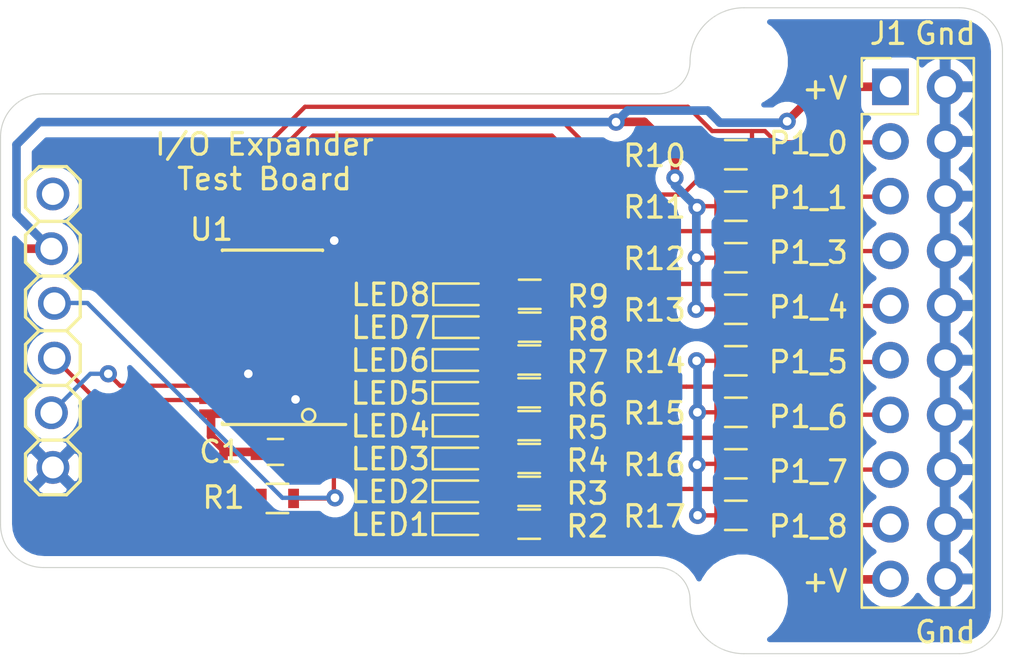
<source format=kicad_pcb>
(kicad_pcb (version 20171130) (host pcbnew "(5.1.9)-1")

  (general
    (thickness 1.6)
    (drawings 29)
    (tracks 292)
    (zones 0)
    (modules 29)
    (nets 31)
  )

  (page A4)
  (layers
    (0 F.Cu signal)
    (31 B.Cu signal)
    (32 B.Adhes user)
    (33 F.Adhes user)
    (34 B.Paste user)
    (35 F.Paste user)
    (36 B.SilkS user hide)
    (37 F.SilkS user)
    (38 B.Mask user)
    (39 F.Mask user)
    (40 Dwgs.User user hide)
    (41 Cmts.User user hide)
    (42 Eco1.User user hide)
    (43 Eco2.User user hide)
    (44 Edge.Cuts user)
    (45 Margin user)
    (46 B.CrtYd user)
    (47 F.CrtYd user)
    (48 B.Fab user hide)
    (49 F.Fab user hide)
  )

  (setup
    (last_trace_width 0.4)
    (user_trace_width 0.2)
    (user_trace_width 0.4)
    (trace_clearance 0.2)
    (zone_clearance 0.508)
    (zone_45_only no)
    (trace_min 0.2)
    (via_size 0.8)
    (via_drill 0.4)
    (via_min_size 0.4)
    (via_min_drill 0.3)
    (uvia_size 0.3)
    (uvia_drill 0.1)
    (uvias_allowed no)
    (uvia_min_size 0.2)
    (uvia_min_drill 0.1)
    (edge_width 0.05)
    (segment_width 0.2)
    (pcb_text_width 0.3)
    (pcb_text_size 1.5 1.5)
    (mod_edge_width 0.12)
    (mod_text_size 1 1)
    (mod_text_width 0.15)
    (pad_size 1.524 1.524)
    (pad_drill 0.762)
    (pad_to_mask_clearance 0.05)
    (aux_axis_origin 0 0)
    (grid_origin 112.2 88.33)
    (visible_elements 7FFFFFFF)
    (pcbplotparams
      (layerselection 0x010fc_ffffffff)
      (usegerberextensions false)
      (usegerberattributes true)
      (usegerberadvancedattributes true)
      (creategerberjobfile true)
      (excludeedgelayer true)
      (linewidth 0.100000)
      (plotframeref false)
      (viasonmask false)
      (mode 1)
      (useauxorigin false)
      (hpglpennumber 1)
      (hpglpenspeed 20)
      (hpglpendiameter 15.000000)
      (psnegative false)
      (psa4output false)
      (plotreference true)
      (plotvalue true)
      (plotinvisibletext false)
      (padsonsilk false)
      (subtractmaskfromsilk false)
      (outputformat 1)
      (mirror false)
      (drillshape 1)
      (scaleselection 1)
      (outputdirectory ""))
  )

  (net 0 "")
  (net 1 +3V3)
  (net 2 GND)
  (net 3 "Net-(J1-Pad3)")
  (net 4 "Net-(J1-Pad5)")
  (net 5 "Net-(J1-Pad7)")
  (net 6 "Net-(J1-Pad9)")
  (net 7 "Net-(J1-Pad11)")
  (net 8 "Net-(J1-Pad13)")
  (net 9 "Net-(J1-Pad15)")
  (net 10 "Net-(J1-Pad17)")
  (net 11 "Net-(LED1-Pad1)")
  (net 12 "Net-(LED1-Pad2)")
  (net 13 "Net-(LED2-Pad1)")
  (net 14 "Net-(LED2-Pad2)")
  (net 15 "Net-(LED3-Pad1)")
  (net 16 "Net-(LED3-Pad2)")
  (net 17 "Net-(LED4-Pad1)")
  (net 18 "Net-(LED4-Pad2)")
  (net 19 "Net-(LED5-Pad1)")
  (net 20 "Net-(LED5-Pad2)")
  (net 21 "Net-(LED6-Pad1)")
  (net 22 "Net-(LED6-Pad2)")
  (net 23 "Net-(LED7-Pad1)")
  (net 24 "Net-(LED7-Pad2)")
  (net 25 "Net-(LED8-Pad1)")
  (net 26 "Net-(LED8-Pad2)")
  (net 27 "Net-(M1-Pad5)")
  (net 28 "Net-(M1-Pad4)")
  (net 29 "Net-(M1-Pad3)")
  (net 30 "Net-(M1-Pad1)")

  (net_class Default "This is the default net class."
    (clearance 0.2)
    (trace_width 0.25)
    (via_dia 0.8)
    (via_drill 0.4)
    (uvia_dia 0.3)
    (uvia_drill 0.1)
    (add_net +3V3)
    (add_net GND)
    (add_net "Net-(J1-Pad11)")
    (add_net "Net-(J1-Pad13)")
    (add_net "Net-(J1-Pad15)")
    (add_net "Net-(J1-Pad17)")
    (add_net "Net-(J1-Pad3)")
    (add_net "Net-(J1-Pad5)")
    (add_net "Net-(J1-Pad7)")
    (add_net "Net-(J1-Pad9)")
    (add_net "Net-(LED1-Pad1)")
    (add_net "Net-(LED1-Pad2)")
    (add_net "Net-(LED2-Pad1)")
    (add_net "Net-(LED2-Pad2)")
    (add_net "Net-(LED3-Pad1)")
    (add_net "Net-(LED3-Pad2)")
    (add_net "Net-(LED4-Pad1)")
    (add_net "Net-(LED4-Pad2)")
    (add_net "Net-(LED5-Pad1)")
    (add_net "Net-(LED5-Pad2)")
    (add_net "Net-(LED6-Pad1)")
    (add_net "Net-(LED6-Pad2)")
    (add_net "Net-(LED7-Pad1)")
    (add_net "Net-(LED7-Pad2)")
    (add_net "Net-(LED8-Pad1)")
    (add_net "Net-(LED8-Pad2)")
    (add_net "Net-(M1-Pad1)")
    (add_net "Net-(M1-Pad3)")
    (add_net "Net-(M1-Pad4)")
    (add_net "Net-(M1-Pad5)")
  )

  (module LEDs:LED_0603 (layer F.Cu) (tedit 57FE93A5) (tstamp 60736CA5)
    (at 131.06 94.265)
    (descr "LED 0603 smd package")
    (tags "LED led 0603 SMD smd SMT smt smdled SMDLED smtled SMTLED")
    (path /62409443)
    (attr smd)
    (fp_text reference LED3 (at -3.275 0.025) (layer F.SilkS)
      (effects (font (size 1 1) (thickness 0.15)))
    )
    (fp_text value Green_0603_19-217-GHC-YR1S2-3T (at 0 1.35) (layer F.Fab)
      (effects (font (size 1 1) (thickness 0.15)))
    )
    (fp_line (start -1.45 -0.65) (end 1.45 -0.65) (layer F.CrtYd) (width 0.05))
    (fp_line (start -1.45 0.65) (end -1.45 -0.65) (layer F.CrtYd) (width 0.05))
    (fp_line (start 1.45 0.65) (end -1.45 0.65) (layer F.CrtYd) (width 0.05))
    (fp_line (start 1.45 -0.65) (end 1.45 0.65) (layer F.CrtYd) (width 0.05))
    (fp_line (start -1.3 -0.5) (end 0.8 -0.5) (layer F.SilkS) (width 0.12))
    (fp_line (start -1.3 0.5) (end 0.8 0.5) (layer F.SilkS) (width 0.12))
    (fp_line (start -0.8 0.4) (end -0.8 -0.4) (layer F.Fab) (width 0.1))
    (fp_line (start -0.8 -0.4) (end 0.8 -0.4) (layer F.Fab) (width 0.1))
    (fp_line (start 0.8 -0.4) (end 0.8 0.4) (layer F.Fab) (width 0.1))
    (fp_line (start 0.8 0.4) (end -0.8 0.4) (layer F.Fab) (width 0.1))
    (fp_line (start 0.15 -0.2) (end 0.15 0.2) (layer F.Fab) (width 0.1))
    (fp_line (start 0.15 0.2) (end -0.15 0) (layer F.Fab) (width 0.1))
    (fp_line (start -0.15 0) (end 0.15 -0.2) (layer F.Fab) (width 0.1))
    (fp_line (start -0.2 -0.2) (end -0.2 0.2) (layer F.Fab) (width 0.1))
    (fp_line (start -1.3 -0.5) (end -1.3 0.5) (layer F.SilkS) (width 0.12))
    (pad 2 smd rect (at 0.8 0 180) (size 0.8 0.8) (layers F.Cu F.Paste F.Mask)
      (net 16 "Net-(LED3-Pad2)"))
    (pad 1 smd rect (at -0.8 0 180) (size 0.8 0.8) (layers F.Cu F.Paste F.Mask)
      (net 15 "Net-(LED3-Pad1)"))
    (model ${KISYS3DMOD}/LEDs.3dshapes/LED_0603.wrl
      (at (xyz 0 0 0))
      (scale (xyz 1 1 1))
      (rotate (xyz 0 0 180))
    )
  )

  (module LEDs:LED_0603 (layer F.Cu) (tedit 57FE93A5) (tstamp 60736C2D)
    (at 131.06 89.69)
    (descr "LED 0603 smd package")
    (tags "LED led 0603 SMD smd SMT smt smdled SMDLED smtled SMTLED")
    (path /62404D5A)
    (attr smd)
    (fp_text reference LED6 (at -3.275 0.025) (layer F.SilkS)
      (effects (font (size 1 1) (thickness 0.15)))
    )
    (fp_text value Green_0603_19-217-GHC-YR1S2-3T (at 0 1.35) (layer F.Fab)
      (effects (font (size 1 1) (thickness 0.15)))
    )
    (fp_line (start -1.45 -0.65) (end 1.45 -0.65) (layer F.CrtYd) (width 0.05))
    (fp_line (start -1.45 0.65) (end -1.45 -0.65) (layer F.CrtYd) (width 0.05))
    (fp_line (start 1.45 0.65) (end -1.45 0.65) (layer F.CrtYd) (width 0.05))
    (fp_line (start 1.45 -0.65) (end 1.45 0.65) (layer F.CrtYd) (width 0.05))
    (fp_line (start -1.3 -0.5) (end 0.8 -0.5) (layer F.SilkS) (width 0.12))
    (fp_line (start -1.3 0.5) (end 0.8 0.5) (layer F.SilkS) (width 0.12))
    (fp_line (start -0.8 0.4) (end -0.8 -0.4) (layer F.Fab) (width 0.1))
    (fp_line (start -0.8 -0.4) (end 0.8 -0.4) (layer F.Fab) (width 0.1))
    (fp_line (start 0.8 -0.4) (end 0.8 0.4) (layer F.Fab) (width 0.1))
    (fp_line (start 0.8 0.4) (end -0.8 0.4) (layer F.Fab) (width 0.1))
    (fp_line (start 0.15 -0.2) (end 0.15 0.2) (layer F.Fab) (width 0.1))
    (fp_line (start 0.15 0.2) (end -0.15 0) (layer F.Fab) (width 0.1))
    (fp_line (start -0.15 0) (end 0.15 -0.2) (layer F.Fab) (width 0.1))
    (fp_line (start -0.2 -0.2) (end -0.2 0.2) (layer F.Fab) (width 0.1))
    (fp_line (start -1.3 -0.5) (end -1.3 0.5) (layer F.SilkS) (width 0.12))
    (pad 2 smd rect (at 0.8 0 180) (size 0.8 0.8) (layers F.Cu F.Paste F.Mask)
      (net 22 "Net-(LED6-Pad2)"))
    (pad 1 smd rect (at -0.8 0 180) (size 0.8 0.8) (layers F.Cu F.Paste F.Mask)
      (net 21 "Net-(LED6-Pad1)"))
    (model ${KISYS3DMOD}/LEDs.3dshapes/LED_0603.wrl
      (at (xyz 0 0 0))
      (scale (xyz 1 1 1))
      (rotate (xyz 0 0 180))
    )
  )

  (module LEDs:LED_0603 (layer F.Cu) (tedit 57FE93A5) (tstamp 60308CEF)
    (at 131.06 95.79)
    (descr "LED 0603 smd package")
    (tags "LED led 0603 SMD smd SMT smt smdled SMDLED smtled SMTLED")
    (path /6240AB92)
    (attr smd)
    (fp_text reference LED2 (at -3.275 0.025) (layer F.SilkS)
      (effects (font (size 1 1) (thickness 0.15)))
    )
    (fp_text value Green_0603_19-217-GHC-YR1S2-3T (at 0 1.35) (layer F.Fab)
      (effects (font (size 1 1) (thickness 0.15)))
    )
    (fp_line (start -1.45 -0.65) (end 1.45 -0.65) (layer F.CrtYd) (width 0.05))
    (fp_line (start -1.45 0.65) (end -1.45 -0.65) (layer F.CrtYd) (width 0.05))
    (fp_line (start 1.45 0.65) (end -1.45 0.65) (layer F.CrtYd) (width 0.05))
    (fp_line (start 1.45 -0.65) (end 1.45 0.65) (layer F.CrtYd) (width 0.05))
    (fp_line (start -1.3 -0.5) (end 0.8 -0.5) (layer F.SilkS) (width 0.12))
    (fp_line (start -1.3 0.5) (end 0.8 0.5) (layer F.SilkS) (width 0.12))
    (fp_line (start -0.8 0.4) (end -0.8 -0.4) (layer F.Fab) (width 0.1))
    (fp_line (start -0.8 -0.4) (end 0.8 -0.4) (layer F.Fab) (width 0.1))
    (fp_line (start 0.8 -0.4) (end 0.8 0.4) (layer F.Fab) (width 0.1))
    (fp_line (start 0.8 0.4) (end -0.8 0.4) (layer F.Fab) (width 0.1))
    (fp_line (start 0.15 -0.2) (end 0.15 0.2) (layer F.Fab) (width 0.1))
    (fp_line (start 0.15 0.2) (end -0.15 0) (layer F.Fab) (width 0.1))
    (fp_line (start -0.15 0) (end 0.15 -0.2) (layer F.Fab) (width 0.1))
    (fp_line (start -0.2 -0.2) (end -0.2 0.2) (layer F.Fab) (width 0.1))
    (fp_line (start -1.3 -0.5) (end -1.3 0.5) (layer F.SilkS) (width 0.12))
    (pad 2 smd rect (at 0.8 0 180) (size 0.8 0.8) (layers F.Cu F.Paste F.Mask)
      (net 14 "Net-(LED2-Pad2)"))
    (pad 1 smd rect (at -0.8 0 180) (size 0.8 0.8) (layers F.Cu F.Paste F.Mask)
      (net 13 "Net-(LED2-Pad1)"))
    (model ${KISYS3DMOD}/LEDs.3dshapes/LED_0603.wrl
      (at (xyz 0 0 0))
      (scale (xyz 1 1 1))
      (rotate (xyz 0 0 180))
    )
  )

  (module LEDs:LED_0603 (layer F.Cu) (tedit 57FE93A5) (tstamp 60736B3D)
    (at 131.06 92.74)
    (descr "LED 0603 smd package")
    (tags "LED led 0603 SMD smd SMT smt smdled SMDLED smtled SMTLED")
    (path /624079C4)
    (attr smd)
    (fp_text reference LED4 (at -3.275 0.025) (layer F.SilkS)
      (effects (font (size 1 1) (thickness 0.15)))
    )
    (fp_text value Green_0603_19-217-GHC-YR1S2-3T (at 0 1.35) (layer F.Fab)
      (effects (font (size 1 1) (thickness 0.15)))
    )
    (fp_line (start -1.45 -0.65) (end 1.45 -0.65) (layer F.CrtYd) (width 0.05))
    (fp_line (start -1.45 0.65) (end -1.45 -0.65) (layer F.CrtYd) (width 0.05))
    (fp_line (start 1.45 0.65) (end -1.45 0.65) (layer F.CrtYd) (width 0.05))
    (fp_line (start 1.45 -0.65) (end 1.45 0.65) (layer F.CrtYd) (width 0.05))
    (fp_line (start -1.3 -0.5) (end 0.8 -0.5) (layer F.SilkS) (width 0.12))
    (fp_line (start -1.3 0.5) (end 0.8 0.5) (layer F.SilkS) (width 0.12))
    (fp_line (start -0.8 0.4) (end -0.8 -0.4) (layer F.Fab) (width 0.1))
    (fp_line (start -0.8 -0.4) (end 0.8 -0.4) (layer F.Fab) (width 0.1))
    (fp_line (start 0.8 -0.4) (end 0.8 0.4) (layer F.Fab) (width 0.1))
    (fp_line (start 0.8 0.4) (end -0.8 0.4) (layer F.Fab) (width 0.1))
    (fp_line (start 0.15 -0.2) (end 0.15 0.2) (layer F.Fab) (width 0.1))
    (fp_line (start 0.15 0.2) (end -0.15 0) (layer F.Fab) (width 0.1))
    (fp_line (start -0.15 0) (end 0.15 -0.2) (layer F.Fab) (width 0.1))
    (fp_line (start -0.2 -0.2) (end -0.2 0.2) (layer F.Fab) (width 0.1))
    (fp_line (start -1.3 -0.5) (end -1.3 0.5) (layer F.SilkS) (width 0.12))
    (pad 2 smd rect (at 0.8 0 180) (size 0.8 0.8) (layers F.Cu F.Paste F.Mask)
      (net 18 "Net-(LED4-Pad2)"))
    (pad 1 smd rect (at -0.8 0 180) (size 0.8 0.8) (layers F.Cu F.Paste F.Mask)
      (net 17 "Net-(LED4-Pad1)"))
    (model ${KISYS3DMOD}/LEDs.3dshapes/LED_0603.wrl
      (at (xyz 0 0 0))
      (scale (xyz 1 1 1))
      (rotate (xyz 0 0 180))
    )
  )

  (module LEDs:LED_0603 (layer F.Cu) (tedit 57FE93A5) (tstamp 60736BF1)
    (at 131.06 91.215)
    (descr "LED 0603 smd package")
    (tags "LED led 0603 SMD smd SMT smt smdled SMDLED smtled SMTLED")
    (path /62406741)
    (attr smd)
    (fp_text reference LED5 (at -3.275 0.025) (layer F.SilkS)
      (effects (font (size 1 1) (thickness 0.15)))
    )
    (fp_text value Green_0603_19-217-GHC-YR1S2-3T (at 0 1.35) (layer F.Fab)
      (effects (font (size 1 1) (thickness 0.15)))
    )
    (fp_line (start -1.45 -0.65) (end 1.45 -0.65) (layer F.CrtYd) (width 0.05))
    (fp_line (start -1.45 0.65) (end -1.45 -0.65) (layer F.CrtYd) (width 0.05))
    (fp_line (start 1.45 0.65) (end -1.45 0.65) (layer F.CrtYd) (width 0.05))
    (fp_line (start 1.45 -0.65) (end 1.45 0.65) (layer F.CrtYd) (width 0.05))
    (fp_line (start -1.3 -0.5) (end 0.8 -0.5) (layer F.SilkS) (width 0.12))
    (fp_line (start -1.3 0.5) (end 0.8 0.5) (layer F.SilkS) (width 0.12))
    (fp_line (start -0.8 0.4) (end -0.8 -0.4) (layer F.Fab) (width 0.1))
    (fp_line (start -0.8 -0.4) (end 0.8 -0.4) (layer F.Fab) (width 0.1))
    (fp_line (start 0.8 -0.4) (end 0.8 0.4) (layer F.Fab) (width 0.1))
    (fp_line (start 0.8 0.4) (end -0.8 0.4) (layer F.Fab) (width 0.1))
    (fp_line (start 0.15 -0.2) (end 0.15 0.2) (layer F.Fab) (width 0.1))
    (fp_line (start 0.15 0.2) (end -0.15 0) (layer F.Fab) (width 0.1))
    (fp_line (start -0.15 0) (end 0.15 -0.2) (layer F.Fab) (width 0.1))
    (fp_line (start -0.2 -0.2) (end -0.2 0.2) (layer F.Fab) (width 0.1))
    (fp_line (start -1.3 -0.5) (end -1.3 0.5) (layer F.SilkS) (width 0.12))
    (pad 2 smd rect (at 0.8 0 180) (size 0.8 0.8) (layers F.Cu F.Paste F.Mask)
      (net 20 "Net-(LED5-Pad2)"))
    (pad 1 smd rect (at -0.8 0 180) (size 0.8 0.8) (layers F.Cu F.Paste F.Mask)
      (net 19 "Net-(LED5-Pad1)"))
    (model ${KISYS3DMOD}/LEDs.3dshapes/LED_0603.wrl
      (at (xyz 0 0 0))
      (scale (xyz 1 1 1))
      (rotate (xyz 0 0 180))
    )
  )

  (module LEDs:LED_0603 (layer F.Cu) (tedit 57FE93A5) (tstamp 60736C69)
    (at 131.085 88.165)
    (descr "LED 0603 smd package")
    (tags "LED led 0603 SMD smd SMT smt smdled SMDLED smtled SMTLED")
    (path /62403337)
    (attr smd)
    (fp_text reference LED7 (at -3.275 0.025) (layer F.SilkS)
      (effects (font (size 1 1) (thickness 0.15)))
    )
    (fp_text value Green_0603_19-217-GHC-YR1S2-3T (at 0 1.35) (layer F.Fab)
      (effects (font (size 1 1) (thickness 0.15)))
    )
    (fp_line (start -1.45 -0.65) (end 1.45 -0.65) (layer F.CrtYd) (width 0.05))
    (fp_line (start -1.45 0.65) (end -1.45 -0.65) (layer F.CrtYd) (width 0.05))
    (fp_line (start 1.45 0.65) (end -1.45 0.65) (layer F.CrtYd) (width 0.05))
    (fp_line (start 1.45 -0.65) (end 1.45 0.65) (layer F.CrtYd) (width 0.05))
    (fp_line (start -1.3 -0.5) (end 0.8 -0.5) (layer F.SilkS) (width 0.12))
    (fp_line (start -1.3 0.5) (end 0.8 0.5) (layer F.SilkS) (width 0.12))
    (fp_line (start -0.8 0.4) (end -0.8 -0.4) (layer F.Fab) (width 0.1))
    (fp_line (start -0.8 -0.4) (end 0.8 -0.4) (layer F.Fab) (width 0.1))
    (fp_line (start 0.8 -0.4) (end 0.8 0.4) (layer F.Fab) (width 0.1))
    (fp_line (start 0.8 0.4) (end -0.8 0.4) (layer F.Fab) (width 0.1))
    (fp_line (start 0.15 -0.2) (end 0.15 0.2) (layer F.Fab) (width 0.1))
    (fp_line (start 0.15 0.2) (end -0.15 0) (layer F.Fab) (width 0.1))
    (fp_line (start -0.15 0) (end 0.15 -0.2) (layer F.Fab) (width 0.1))
    (fp_line (start -0.2 -0.2) (end -0.2 0.2) (layer F.Fab) (width 0.1))
    (fp_line (start -1.3 -0.5) (end -1.3 0.5) (layer F.SilkS) (width 0.12))
    (pad 2 smd rect (at 0.8 0 180) (size 0.8 0.8) (layers F.Cu F.Paste F.Mask)
      (net 24 "Net-(LED7-Pad2)"))
    (pad 1 smd rect (at -0.8 0 180) (size 0.8 0.8) (layers F.Cu F.Paste F.Mask)
      (net 23 "Net-(LED7-Pad1)"))
    (model ${KISYS3DMOD}/LEDs.3dshapes/LED_0603.wrl
      (at (xyz 0 0 0))
      (scale (xyz 1 1 1))
      (rotate (xyz 0 0 180))
    )
  )

  (module LEDs:LED_0603 (layer F.Cu) (tedit 57FE93A5) (tstamp 60736BB5)
    (at 131.06 97.315)
    (descr "LED 0603 smd package")
    (tags "LED led 0603 SMD smd SMT smt smdled SMDLED smtled SMTLED")
    (path /6240C0C1)
    (attr smd)
    (fp_text reference LED1 (at -3.275 0.025) (layer F.SilkS)
      (effects (font (size 1 1) (thickness 0.15)))
    )
    (fp_text value Green_0603_19-217-GHC-YR1S2-3T (at 0 1.35) (layer F.Fab)
      (effects (font (size 1 1) (thickness 0.15)))
    )
    (fp_line (start -1.45 -0.65) (end 1.45 -0.65) (layer F.CrtYd) (width 0.05))
    (fp_line (start -1.45 0.65) (end -1.45 -0.65) (layer F.CrtYd) (width 0.05))
    (fp_line (start 1.45 0.65) (end -1.45 0.65) (layer F.CrtYd) (width 0.05))
    (fp_line (start 1.45 -0.65) (end 1.45 0.65) (layer F.CrtYd) (width 0.05))
    (fp_line (start -1.3 -0.5) (end 0.8 -0.5) (layer F.SilkS) (width 0.12))
    (fp_line (start -1.3 0.5) (end 0.8 0.5) (layer F.SilkS) (width 0.12))
    (fp_line (start -0.8 0.4) (end -0.8 -0.4) (layer F.Fab) (width 0.1))
    (fp_line (start -0.8 -0.4) (end 0.8 -0.4) (layer F.Fab) (width 0.1))
    (fp_line (start 0.8 -0.4) (end 0.8 0.4) (layer F.Fab) (width 0.1))
    (fp_line (start 0.8 0.4) (end -0.8 0.4) (layer F.Fab) (width 0.1))
    (fp_line (start 0.15 -0.2) (end 0.15 0.2) (layer F.Fab) (width 0.1))
    (fp_line (start 0.15 0.2) (end -0.15 0) (layer F.Fab) (width 0.1))
    (fp_line (start -0.15 0) (end 0.15 -0.2) (layer F.Fab) (width 0.1))
    (fp_line (start -0.2 -0.2) (end -0.2 0.2) (layer F.Fab) (width 0.1))
    (fp_line (start -1.3 -0.5) (end -1.3 0.5) (layer F.SilkS) (width 0.12))
    (pad 2 smd rect (at 0.8 0 180) (size 0.8 0.8) (layers F.Cu F.Paste F.Mask)
      (net 12 "Net-(LED1-Pad2)"))
    (pad 1 smd rect (at -0.8 0 180) (size 0.8 0.8) (layers F.Cu F.Paste F.Mask)
      (net 11 "Net-(LED1-Pad1)"))
    (model ${KISYS3DMOD}/LEDs.3dshapes/LED_0603.wrl
      (at (xyz 0 0 0))
      (scale (xyz 1 1 1))
      (rotate (xyz 0 0 180))
    )
  )

  (module Resistors_SMD:R_0603 (layer F.Cu) (tedit 58E0A804) (tstamp 607331C5)
    (at 143.825 96.905)
    (descr "Resistor SMD 0603, reflow soldering, Vishay (see dcrcw.pdf)")
    (tags "resistor 0603")
    (path /60CA9B72)
    (attr smd)
    (fp_text reference R17 (at -3.775 0.05) (layer F.SilkS)
      (effects (font (size 1 1) (thickness 0.15)))
    )
    (fp_text value 10K (at 0 1.5) (layer F.Fab)
      (effects (font (size 1 1) (thickness 0.15)))
    )
    (fp_line (start 1.25 0.7) (end -1.25 0.7) (layer F.CrtYd) (width 0.05))
    (fp_line (start 1.25 0.7) (end 1.25 -0.7) (layer F.CrtYd) (width 0.05))
    (fp_line (start -1.25 -0.7) (end -1.25 0.7) (layer F.CrtYd) (width 0.05))
    (fp_line (start -1.25 -0.7) (end 1.25 -0.7) (layer F.CrtYd) (width 0.05))
    (fp_line (start -0.5 -0.68) (end 0.5 -0.68) (layer F.SilkS) (width 0.12))
    (fp_line (start 0.5 0.68) (end -0.5 0.68) (layer F.SilkS) (width 0.12))
    (fp_line (start -0.8 -0.4) (end 0.8 -0.4) (layer F.Fab) (width 0.1))
    (fp_line (start 0.8 -0.4) (end 0.8 0.4) (layer F.Fab) (width 0.1))
    (fp_line (start 0.8 0.4) (end -0.8 0.4) (layer F.Fab) (width 0.1))
    (fp_line (start -0.8 0.4) (end -0.8 -0.4) (layer F.Fab) (width 0.1))
    (fp_text user %R (at 0 0) (layer F.Fab)
      (effects (font (size 0.4 0.4) (thickness 0.075)))
    )
    (pad 1 smd rect (at -0.75 0) (size 0.5 0.9) (layers F.Cu F.Paste F.Mask)
      (net 1 +3V3))
    (pad 2 smd rect (at 0.75 0) (size 0.5 0.9) (layers F.Cu F.Paste F.Mask)
      (net 10 "Net-(J1-Pad17)"))
    (model ${KISYS3DMOD}/Resistors_SMD.3dshapes/R_0603.wrl
      (at (xyz 0 0 0))
      (scale (xyz 1 1 1))
      (rotate (xyz 0 0 0))
    )
  )

  (module Resistors_SMD:R_0603 (layer F.Cu) (tedit 58E0A804) (tstamp 60733285)
    (at 143.825 94.512142)
    (descr "Resistor SMD 0603, reflow soldering, Vishay (see dcrcw.pdf)")
    (tags "resistor 0603")
    (path /60CA5FA5)
    (attr smd)
    (fp_text reference R16 (at -3.775 0.05) (layer F.SilkS)
      (effects (font (size 1 1) (thickness 0.15)))
    )
    (fp_text value 10K (at 0 1.5) (layer F.Fab)
      (effects (font (size 1 1) (thickness 0.15)))
    )
    (fp_line (start 1.25 0.7) (end -1.25 0.7) (layer F.CrtYd) (width 0.05))
    (fp_line (start 1.25 0.7) (end 1.25 -0.7) (layer F.CrtYd) (width 0.05))
    (fp_line (start -1.25 -0.7) (end -1.25 0.7) (layer F.CrtYd) (width 0.05))
    (fp_line (start -1.25 -0.7) (end 1.25 -0.7) (layer F.CrtYd) (width 0.05))
    (fp_line (start -0.5 -0.68) (end 0.5 -0.68) (layer F.SilkS) (width 0.12))
    (fp_line (start 0.5 0.68) (end -0.5 0.68) (layer F.SilkS) (width 0.12))
    (fp_line (start -0.8 -0.4) (end 0.8 -0.4) (layer F.Fab) (width 0.1))
    (fp_line (start 0.8 -0.4) (end 0.8 0.4) (layer F.Fab) (width 0.1))
    (fp_line (start 0.8 0.4) (end -0.8 0.4) (layer F.Fab) (width 0.1))
    (fp_line (start -0.8 0.4) (end -0.8 -0.4) (layer F.Fab) (width 0.1))
    (fp_text user %R (at 0 0) (layer F.Fab)
      (effects (font (size 0.4 0.4) (thickness 0.075)))
    )
    (pad 1 smd rect (at -0.75 0) (size 0.5 0.9) (layers F.Cu F.Paste F.Mask)
      (net 1 +3V3))
    (pad 2 smd rect (at 0.75 0) (size 0.5 0.9) (layers F.Cu F.Paste F.Mask)
      (net 9 "Net-(J1-Pad15)"))
    (model ${KISYS3DMOD}/Resistors_SMD.3dshapes/R_0603.wrl
      (at (xyz 0 0 0))
      (scale (xyz 1 1 1))
      (rotate (xyz 0 0 0))
    )
  )

  (module Resistors_SMD:R_0603 (layer F.Cu) (tedit 58E0A804) (tstamp 607332B5)
    (at 143.825 92.119285)
    (descr "Resistor SMD 0603, reflow soldering, Vishay (see dcrcw.pdf)")
    (tags "resistor 0603")
    (path /60CA2446)
    (attr smd)
    (fp_text reference R15 (at -3.775 0.05) (layer F.SilkS)
      (effects (font (size 1 1) (thickness 0.15)))
    )
    (fp_text value 10K (at 0 1.5) (layer F.Fab)
      (effects (font (size 1 1) (thickness 0.15)))
    )
    (fp_line (start 1.25 0.7) (end -1.25 0.7) (layer F.CrtYd) (width 0.05))
    (fp_line (start 1.25 0.7) (end 1.25 -0.7) (layer F.CrtYd) (width 0.05))
    (fp_line (start -1.25 -0.7) (end -1.25 0.7) (layer F.CrtYd) (width 0.05))
    (fp_line (start -1.25 -0.7) (end 1.25 -0.7) (layer F.CrtYd) (width 0.05))
    (fp_line (start -0.5 -0.68) (end 0.5 -0.68) (layer F.SilkS) (width 0.12))
    (fp_line (start 0.5 0.68) (end -0.5 0.68) (layer F.SilkS) (width 0.12))
    (fp_line (start -0.8 -0.4) (end 0.8 -0.4) (layer F.Fab) (width 0.1))
    (fp_line (start 0.8 -0.4) (end 0.8 0.4) (layer F.Fab) (width 0.1))
    (fp_line (start 0.8 0.4) (end -0.8 0.4) (layer F.Fab) (width 0.1))
    (fp_line (start -0.8 0.4) (end -0.8 -0.4) (layer F.Fab) (width 0.1))
    (fp_text user %R (at 0 0) (layer F.Fab)
      (effects (font (size 0.4 0.4) (thickness 0.075)))
    )
    (pad 1 smd rect (at -0.75 0) (size 0.5 0.9) (layers F.Cu F.Paste F.Mask)
      (net 1 +3V3))
    (pad 2 smd rect (at 0.75 0) (size 0.5 0.9) (layers F.Cu F.Paste F.Mask)
      (net 8 "Net-(J1-Pad13)"))
    (model ${KISYS3DMOD}/Resistors_SMD.3dshapes/R_0603.wrl
      (at (xyz 0 0 0))
      (scale (xyz 1 1 1))
      (rotate (xyz 0 0 0))
    )
  )

  (module Resistors_SMD:R_0603 (layer F.Cu) (tedit 58E0A804) (tstamp 607332E5)
    (at 143.825 89.726428)
    (descr "Resistor SMD 0603, reflow soldering, Vishay (see dcrcw.pdf)")
    (tags "resistor 0603")
    (path /60C9E9A9)
    (attr smd)
    (fp_text reference R14 (at -3.775 0.05) (layer F.SilkS)
      (effects (font (size 1 1) (thickness 0.15)))
    )
    (fp_text value 10K (at 0 1.5) (layer F.Fab)
      (effects (font (size 1 1) (thickness 0.15)))
    )
    (fp_line (start 1.25 0.7) (end -1.25 0.7) (layer F.CrtYd) (width 0.05))
    (fp_line (start 1.25 0.7) (end 1.25 -0.7) (layer F.CrtYd) (width 0.05))
    (fp_line (start -1.25 -0.7) (end -1.25 0.7) (layer F.CrtYd) (width 0.05))
    (fp_line (start -1.25 -0.7) (end 1.25 -0.7) (layer F.CrtYd) (width 0.05))
    (fp_line (start -0.5 -0.68) (end 0.5 -0.68) (layer F.SilkS) (width 0.12))
    (fp_line (start 0.5 0.68) (end -0.5 0.68) (layer F.SilkS) (width 0.12))
    (fp_line (start -0.8 -0.4) (end 0.8 -0.4) (layer F.Fab) (width 0.1))
    (fp_line (start 0.8 -0.4) (end 0.8 0.4) (layer F.Fab) (width 0.1))
    (fp_line (start 0.8 0.4) (end -0.8 0.4) (layer F.Fab) (width 0.1))
    (fp_line (start -0.8 0.4) (end -0.8 -0.4) (layer F.Fab) (width 0.1))
    (fp_text user %R (at 0 0) (layer F.Fab)
      (effects (font (size 0.4 0.4) (thickness 0.075)))
    )
    (pad 1 smd rect (at -0.75 0) (size 0.5 0.9) (layers F.Cu F.Paste F.Mask)
      (net 1 +3V3))
    (pad 2 smd rect (at 0.75 0) (size 0.5 0.9) (layers F.Cu F.Paste F.Mask)
      (net 7 "Net-(J1-Pad11)"))
    (model ${KISYS3DMOD}/Resistors_SMD.3dshapes/R_0603.wrl
      (at (xyz 0 0 0))
      (scale (xyz 1 1 1))
      (rotate (xyz 0 0 0))
    )
  )

  (module Resistors_SMD:R_0603 (layer F.Cu) (tedit 58E0A804) (tstamp 60733195)
    (at 143.825 87.333571)
    (descr "Resistor SMD 0603, reflow soldering, Vishay (see dcrcw.pdf)")
    (tags "resistor 0603")
    (path /60C9AE41)
    (attr smd)
    (fp_text reference R13 (at -3.775 0.05) (layer F.SilkS)
      (effects (font (size 1 1) (thickness 0.15)))
    )
    (fp_text value 10K (at 0 1.5) (layer F.Fab)
      (effects (font (size 1 1) (thickness 0.15)))
    )
    (fp_line (start 1.25 0.7) (end -1.25 0.7) (layer F.CrtYd) (width 0.05))
    (fp_line (start 1.25 0.7) (end 1.25 -0.7) (layer F.CrtYd) (width 0.05))
    (fp_line (start -1.25 -0.7) (end -1.25 0.7) (layer F.CrtYd) (width 0.05))
    (fp_line (start -1.25 -0.7) (end 1.25 -0.7) (layer F.CrtYd) (width 0.05))
    (fp_line (start -0.5 -0.68) (end 0.5 -0.68) (layer F.SilkS) (width 0.12))
    (fp_line (start 0.5 0.68) (end -0.5 0.68) (layer F.SilkS) (width 0.12))
    (fp_line (start -0.8 -0.4) (end 0.8 -0.4) (layer F.Fab) (width 0.1))
    (fp_line (start 0.8 -0.4) (end 0.8 0.4) (layer F.Fab) (width 0.1))
    (fp_line (start 0.8 0.4) (end -0.8 0.4) (layer F.Fab) (width 0.1))
    (fp_line (start -0.8 0.4) (end -0.8 -0.4) (layer F.Fab) (width 0.1))
    (fp_text user %R (at 0 0) (layer F.Fab)
      (effects (font (size 0.4 0.4) (thickness 0.075)))
    )
    (pad 1 smd rect (at -0.75 0) (size 0.5 0.9) (layers F.Cu F.Paste F.Mask)
      (net 1 +3V3))
    (pad 2 smd rect (at 0.75 0) (size 0.5 0.9) (layers F.Cu F.Paste F.Mask)
      (net 6 "Net-(J1-Pad9)"))
    (model ${KISYS3DMOD}/Resistors_SMD.3dshapes/R_0603.wrl
      (at (xyz 0 0 0))
      (scale (xyz 1 1 1))
      (rotate (xyz 0 0 0))
    )
  )

  (module Resistors_SMD:R_0603 (layer F.Cu) (tedit 58E0A804) (tstamp 607331F5)
    (at 143.825 84.940714)
    (descr "Resistor SMD 0603, reflow soldering, Vishay (see dcrcw.pdf)")
    (tags "resistor 0603")
    (path /60C973A4)
    (attr smd)
    (fp_text reference R12 (at -3.775 0.05) (layer F.SilkS)
      (effects (font (size 1 1) (thickness 0.15)))
    )
    (fp_text value 10K (at 0 1.5) (layer F.Fab)
      (effects (font (size 1 1) (thickness 0.15)))
    )
    (fp_line (start 1.25 0.7) (end -1.25 0.7) (layer F.CrtYd) (width 0.05))
    (fp_line (start 1.25 0.7) (end 1.25 -0.7) (layer F.CrtYd) (width 0.05))
    (fp_line (start -1.25 -0.7) (end -1.25 0.7) (layer F.CrtYd) (width 0.05))
    (fp_line (start -1.25 -0.7) (end 1.25 -0.7) (layer F.CrtYd) (width 0.05))
    (fp_line (start -0.5 -0.68) (end 0.5 -0.68) (layer F.SilkS) (width 0.12))
    (fp_line (start 0.5 0.68) (end -0.5 0.68) (layer F.SilkS) (width 0.12))
    (fp_line (start -0.8 -0.4) (end 0.8 -0.4) (layer F.Fab) (width 0.1))
    (fp_line (start 0.8 -0.4) (end 0.8 0.4) (layer F.Fab) (width 0.1))
    (fp_line (start 0.8 0.4) (end -0.8 0.4) (layer F.Fab) (width 0.1))
    (fp_line (start -0.8 0.4) (end -0.8 -0.4) (layer F.Fab) (width 0.1))
    (fp_text user %R (at 0 0) (layer F.Fab)
      (effects (font (size 0.4 0.4) (thickness 0.075)))
    )
    (pad 1 smd rect (at -0.75 0) (size 0.5 0.9) (layers F.Cu F.Paste F.Mask)
      (net 1 +3V3))
    (pad 2 smd rect (at 0.75 0) (size 0.5 0.9) (layers F.Cu F.Paste F.Mask)
      (net 5 "Net-(J1-Pad7)"))
    (model ${KISYS3DMOD}/Resistors_SMD.3dshapes/R_0603.wrl
      (at (xyz 0 0 0))
      (scale (xyz 1 1 1))
      (rotate (xyz 0 0 0))
    )
  )

  (module Resistors_SMD:R_0603 (layer F.Cu) (tedit 58E0A804) (tstamp 60733225)
    (at 143.825 82.547857)
    (descr "Resistor SMD 0603, reflow soldering, Vishay (see dcrcw.pdf)")
    (tags "resistor 0603")
    (path /60C9389E)
    (attr smd)
    (fp_text reference R11 (at -3.775 0.05) (layer F.SilkS)
      (effects (font (size 1 1) (thickness 0.15)))
    )
    (fp_text value 10K (at 0 1.5) (layer F.Fab)
      (effects (font (size 1 1) (thickness 0.15)))
    )
    (fp_line (start 1.25 0.7) (end -1.25 0.7) (layer F.CrtYd) (width 0.05))
    (fp_line (start 1.25 0.7) (end 1.25 -0.7) (layer F.CrtYd) (width 0.05))
    (fp_line (start -1.25 -0.7) (end -1.25 0.7) (layer F.CrtYd) (width 0.05))
    (fp_line (start -1.25 -0.7) (end 1.25 -0.7) (layer F.CrtYd) (width 0.05))
    (fp_line (start -0.5 -0.68) (end 0.5 -0.68) (layer F.SilkS) (width 0.12))
    (fp_line (start 0.5 0.68) (end -0.5 0.68) (layer F.SilkS) (width 0.12))
    (fp_line (start -0.8 -0.4) (end 0.8 -0.4) (layer F.Fab) (width 0.1))
    (fp_line (start 0.8 -0.4) (end 0.8 0.4) (layer F.Fab) (width 0.1))
    (fp_line (start 0.8 0.4) (end -0.8 0.4) (layer F.Fab) (width 0.1))
    (fp_line (start -0.8 0.4) (end -0.8 -0.4) (layer F.Fab) (width 0.1))
    (fp_text user %R (at 0 0) (layer F.Fab)
      (effects (font (size 0.4 0.4) (thickness 0.075)))
    )
    (pad 1 smd rect (at -0.75 0) (size 0.5 0.9) (layers F.Cu F.Paste F.Mask)
      (net 1 +3V3))
    (pad 2 smd rect (at 0.75 0) (size 0.5 0.9) (layers F.Cu F.Paste F.Mask)
      (net 4 "Net-(J1-Pad5)"))
    (model ${KISYS3DMOD}/Resistors_SMD.3dshapes/R_0603.wrl
      (at (xyz 0 0 0))
      (scale (xyz 1 1 1))
      (rotate (xyz 0 0 0))
    )
  )

  (module Resistors_SMD:R_0603 (layer F.Cu) (tedit 58E0A804) (tstamp 60733255)
    (at 143.825 80.155)
    (descr "Resistor SMD 0603, reflow soldering, Vishay (see dcrcw.pdf)")
    (tags "resistor 0603")
    (path /60C4EB10)
    (attr smd)
    (fp_text reference R10 (at -3.775 0.05) (layer F.SilkS)
      (effects (font (size 1 1) (thickness 0.15)))
    )
    (fp_text value 10K (at 0 1.5) (layer F.Fab)
      (effects (font (size 1 1) (thickness 0.15)))
    )
    (fp_line (start 1.25 0.7) (end -1.25 0.7) (layer F.CrtYd) (width 0.05))
    (fp_line (start 1.25 0.7) (end 1.25 -0.7) (layer F.CrtYd) (width 0.05))
    (fp_line (start -1.25 -0.7) (end -1.25 0.7) (layer F.CrtYd) (width 0.05))
    (fp_line (start -1.25 -0.7) (end 1.25 -0.7) (layer F.CrtYd) (width 0.05))
    (fp_line (start -0.5 -0.68) (end 0.5 -0.68) (layer F.SilkS) (width 0.12))
    (fp_line (start 0.5 0.68) (end -0.5 0.68) (layer F.SilkS) (width 0.12))
    (fp_line (start -0.8 -0.4) (end 0.8 -0.4) (layer F.Fab) (width 0.1))
    (fp_line (start 0.8 -0.4) (end 0.8 0.4) (layer F.Fab) (width 0.1))
    (fp_line (start 0.8 0.4) (end -0.8 0.4) (layer F.Fab) (width 0.1))
    (fp_line (start -0.8 0.4) (end -0.8 -0.4) (layer F.Fab) (width 0.1))
    (fp_text user %R (at 0 0) (layer F.Fab)
      (effects (font (size 0.4 0.4) (thickness 0.075)))
    )
    (pad 1 smd rect (at -0.75 0) (size 0.5 0.9) (layers F.Cu F.Paste F.Mask)
      (net 1 +3V3))
    (pad 2 smd rect (at 0.75 0) (size 0.5 0.9) (layers F.Cu F.Paste F.Mask)
      (net 3 "Net-(J1-Pad3)"))
    (model ${KISYS3DMOD}/Resistors_SMD.3dshapes/R_0603.wrl
      (at (xyz 0 0 0))
      (scale (xyz 1 1 1))
      (rotate (xyz 0 0 0))
    )
  )

  (module Resistors_SMD:R_0603 (layer F.Cu) (tedit 58E0A804) (tstamp 60308D30)
    (at 134.26 86.64)
    (descr "Resistor SMD 0603, reflow soldering, Vishay (see dcrcw.pdf)")
    (tags "resistor 0603")
    (path /623FEB59)
    (attr smd)
    (fp_text reference R9 (at 2.7 0.1) (layer F.SilkS)
      (effects (font (size 1 1) (thickness 0.15)))
    )
    (fp_text value 220 (at 0 1.5) (layer F.Fab)
      (effects (font (size 1 1) (thickness 0.15)))
    )
    (fp_line (start 1.25 0.7) (end -1.25 0.7) (layer F.CrtYd) (width 0.05))
    (fp_line (start 1.25 0.7) (end 1.25 -0.7) (layer F.CrtYd) (width 0.05))
    (fp_line (start -1.25 -0.7) (end -1.25 0.7) (layer F.CrtYd) (width 0.05))
    (fp_line (start -1.25 -0.7) (end 1.25 -0.7) (layer F.CrtYd) (width 0.05))
    (fp_line (start -0.5 -0.68) (end 0.5 -0.68) (layer F.SilkS) (width 0.12))
    (fp_line (start 0.5 0.68) (end -0.5 0.68) (layer F.SilkS) (width 0.12))
    (fp_line (start -0.8 -0.4) (end 0.8 -0.4) (layer F.Fab) (width 0.1))
    (fp_line (start 0.8 -0.4) (end 0.8 0.4) (layer F.Fab) (width 0.1))
    (fp_line (start 0.8 0.4) (end -0.8 0.4) (layer F.Fab) (width 0.1))
    (fp_line (start -0.8 0.4) (end -0.8 -0.4) (layer F.Fab) (width 0.1))
    (fp_text user %R (at 0 0) (layer F.Fab)
      (effects (font (size 0.4 0.4) (thickness 0.075)))
    )
    (pad 1 smd rect (at -0.75 0) (size 0.5 0.9) (layers F.Cu F.Paste F.Mask)
      (net 26 "Net-(LED8-Pad2)"))
    (pad 2 smd rect (at 0.75 0) (size 0.5 0.9) (layers F.Cu F.Paste F.Mask)
      (net 1 +3V3))
    (model ${KISYS3DMOD}/Resistors_SMD.3dshapes/R_0603.wrl
      (at (xyz 0 0 0))
      (scale (xyz 1 1 1))
      (rotate (xyz 0 0 0))
    )
  )

  (module Resistors_SMD:R_0603 (layer F.Cu) (tedit 58E0A804) (tstamp 60308D2D)
    (at 134.26 88.165)
    (descr "Resistor SMD 0603, reflow soldering, Vishay (see dcrcw.pdf)")
    (tags "resistor 0603")
    (path /6240333D)
    (attr smd)
    (fp_text reference R8 (at 2.7 0.1) (layer F.SilkS)
      (effects (font (size 1 1) (thickness 0.15)))
    )
    (fp_text value 220 (at 0 1.5) (layer F.Fab)
      (effects (font (size 1 1) (thickness 0.15)))
    )
    (fp_line (start 1.25 0.7) (end -1.25 0.7) (layer F.CrtYd) (width 0.05))
    (fp_line (start 1.25 0.7) (end 1.25 -0.7) (layer F.CrtYd) (width 0.05))
    (fp_line (start -1.25 -0.7) (end -1.25 0.7) (layer F.CrtYd) (width 0.05))
    (fp_line (start -1.25 -0.7) (end 1.25 -0.7) (layer F.CrtYd) (width 0.05))
    (fp_line (start -0.5 -0.68) (end 0.5 -0.68) (layer F.SilkS) (width 0.12))
    (fp_line (start 0.5 0.68) (end -0.5 0.68) (layer F.SilkS) (width 0.12))
    (fp_line (start -0.8 -0.4) (end 0.8 -0.4) (layer F.Fab) (width 0.1))
    (fp_line (start 0.8 -0.4) (end 0.8 0.4) (layer F.Fab) (width 0.1))
    (fp_line (start 0.8 0.4) (end -0.8 0.4) (layer F.Fab) (width 0.1))
    (fp_line (start -0.8 0.4) (end -0.8 -0.4) (layer F.Fab) (width 0.1))
    (fp_text user %R (at 0 0) (layer F.Fab)
      (effects (font (size 0.4 0.4) (thickness 0.075)))
    )
    (pad 1 smd rect (at -0.75 0) (size 0.5 0.9) (layers F.Cu F.Paste F.Mask)
      (net 24 "Net-(LED7-Pad2)"))
    (pad 2 smd rect (at 0.75 0) (size 0.5 0.9) (layers F.Cu F.Paste F.Mask)
      (net 1 +3V3))
    (model ${KISYS3DMOD}/Resistors_SMD.3dshapes/R_0603.wrl
      (at (xyz 0 0 0))
      (scale (xyz 1 1 1))
      (rotate (xyz 0 0 0))
    )
  )

  (module Resistors_SMD:R_0603 (layer F.Cu) (tedit 58E0A804) (tstamp 60308D2A)
    (at 134.235 89.69)
    (descr "Resistor SMD 0603, reflow soldering, Vishay (see dcrcw.pdf)")
    (tags "resistor 0603")
    (path /62404D60)
    (attr smd)
    (fp_text reference R7 (at 2.7 0.1) (layer F.SilkS)
      (effects (font (size 1 1) (thickness 0.15)))
    )
    (fp_text value 220 (at 0 1.5) (layer F.Fab)
      (effects (font (size 1 1) (thickness 0.15)))
    )
    (fp_line (start 1.25 0.7) (end -1.25 0.7) (layer F.CrtYd) (width 0.05))
    (fp_line (start 1.25 0.7) (end 1.25 -0.7) (layer F.CrtYd) (width 0.05))
    (fp_line (start -1.25 -0.7) (end -1.25 0.7) (layer F.CrtYd) (width 0.05))
    (fp_line (start -1.25 -0.7) (end 1.25 -0.7) (layer F.CrtYd) (width 0.05))
    (fp_line (start -0.5 -0.68) (end 0.5 -0.68) (layer F.SilkS) (width 0.12))
    (fp_line (start 0.5 0.68) (end -0.5 0.68) (layer F.SilkS) (width 0.12))
    (fp_line (start -0.8 -0.4) (end 0.8 -0.4) (layer F.Fab) (width 0.1))
    (fp_line (start 0.8 -0.4) (end 0.8 0.4) (layer F.Fab) (width 0.1))
    (fp_line (start 0.8 0.4) (end -0.8 0.4) (layer F.Fab) (width 0.1))
    (fp_line (start -0.8 0.4) (end -0.8 -0.4) (layer F.Fab) (width 0.1))
    (fp_text user %R (at 0 0) (layer F.Fab)
      (effects (font (size 0.4 0.4) (thickness 0.075)))
    )
    (pad 1 smd rect (at -0.75 0) (size 0.5 0.9) (layers F.Cu F.Paste F.Mask)
      (net 22 "Net-(LED6-Pad2)"))
    (pad 2 smd rect (at 0.75 0) (size 0.5 0.9) (layers F.Cu F.Paste F.Mask)
      (net 1 +3V3))
    (model ${KISYS3DMOD}/Resistors_SMD.3dshapes/R_0603.wrl
      (at (xyz 0 0 0))
      (scale (xyz 1 1 1))
      (rotate (xyz 0 0 0))
    )
  )

  (module Resistors_SMD:R_0603 (layer F.Cu) (tedit 58E0A804) (tstamp 60308D27)
    (at 134.235 91.215)
    (descr "Resistor SMD 0603, reflow soldering, Vishay (see dcrcw.pdf)")
    (tags "resistor 0603")
    (path /62406747)
    (attr smd)
    (fp_text reference R6 (at 2.7 0.1) (layer F.SilkS)
      (effects (font (size 1 1) (thickness 0.15)))
    )
    (fp_text value 220 (at 0 1.5) (layer F.Fab)
      (effects (font (size 1 1) (thickness 0.15)))
    )
    (fp_line (start 1.25 0.7) (end -1.25 0.7) (layer F.CrtYd) (width 0.05))
    (fp_line (start 1.25 0.7) (end 1.25 -0.7) (layer F.CrtYd) (width 0.05))
    (fp_line (start -1.25 -0.7) (end -1.25 0.7) (layer F.CrtYd) (width 0.05))
    (fp_line (start -1.25 -0.7) (end 1.25 -0.7) (layer F.CrtYd) (width 0.05))
    (fp_line (start -0.5 -0.68) (end 0.5 -0.68) (layer F.SilkS) (width 0.12))
    (fp_line (start 0.5 0.68) (end -0.5 0.68) (layer F.SilkS) (width 0.12))
    (fp_line (start -0.8 -0.4) (end 0.8 -0.4) (layer F.Fab) (width 0.1))
    (fp_line (start 0.8 -0.4) (end 0.8 0.4) (layer F.Fab) (width 0.1))
    (fp_line (start 0.8 0.4) (end -0.8 0.4) (layer F.Fab) (width 0.1))
    (fp_line (start -0.8 0.4) (end -0.8 -0.4) (layer F.Fab) (width 0.1))
    (fp_text user %R (at 0 0) (layer F.Fab)
      (effects (font (size 0.4 0.4) (thickness 0.075)))
    )
    (pad 1 smd rect (at -0.75 0) (size 0.5 0.9) (layers F.Cu F.Paste F.Mask)
      (net 20 "Net-(LED5-Pad2)"))
    (pad 2 smd rect (at 0.75 0) (size 0.5 0.9) (layers F.Cu F.Paste F.Mask)
      (net 1 +3V3))
    (model ${KISYS3DMOD}/Resistors_SMD.3dshapes/R_0603.wrl
      (at (xyz 0 0 0))
      (scale (xyz 1 1 1))
      (rotate (xyz 0 0 0))
    )
  )

  (module Resistors_SMD:R_0603 (layer F.Cu) (tedit 58E0A804) (tstamp 60308D24)
    (at 134.235 92.74)
    (descr "Resistor SMD 0603, reflow soldering, Vishay (see dcrcw.pdf)")
    (tags "resistor 0603")
    (path /624079CA)
    (attr smd)
    (fp_text reference R5 (at 2.7 0.1) (layer F.SilkS)
      (effects (font (size 1 1) (thickness 0.15)))
    )
    (fp_text value 220 (at 0 1.5) (layer F.Fab)
      (effects (font (size 1 1) (thickness 0.15)))
    )
    (fp_line (start 1.25 0.7) (end -1.25 0.7) (layer F.CrtYd) (width 0.05))
    (fp_line (start 1.25 0.7) (end 1.25 -0.7) (layer F.CrtYd) (width 0.05))
    (fp_line (start -1.25 -0.7) (end -1.25 0.7) (layer F.CrtYd) (width 0.05))
    (fp_line (start -1.25 -0.7) (end 1.25 -0.7) (layer F.CrtYd) (width 0.05))
    (fp_line (start -0.5 -0.68) (end 0.5 -0.68) (layer F.SilkS) (width 0.12))
    (fp_line (start 0.5 0.68) (end -0.5 0.68) (layer F.SilkS) (width 0.12))
    (fp_line (start -0.8 -0.4) (end 0.8 -0.4) (layer F.Fab) (width 0.1))
    (fp_line (start 0.8 -0.4) (end 0.8 0.4) (layer F.Fab) (width 0.1))
    (fp_line (start 0.8 0.4) (end -0.8 0.4) (layer F.Fab) (width 0.1))
    (fp_line (start -0.8 0.4) (end -0.8 -0.4) (layer F.Fab) (width 0.1))
    (fp_text user %R (at 0 0) (layer F.Fab)
      (effects (font (size 0.4 0.4) (thickness 0.075)))
    )
    (pad 1 smd rect (at -0.75 0) (size 0.5 0.9) (layers F.Cu F.Paste F.Mask)
      (net 18 "Net-(LED4-Pad2)"))
    (pad 2 smd rect (at 0.75 0) (size 0.5 0.9) (layers F.Cu F.Paste F.Mask)
      (net 1 +3V3))
    (model ${KISYS3DMOD}/Resistors_SMD.3dshapes/R_0603.wrl
      (at (xyz 0 0 0))
      (scale (xyz 1 1 1))
      (rotate (xyz 0 0 0))
    )
  )

  (module Resistors_SMD:R_0603 (layer F.Cu) (tedit 58E0A804) (tstamp 60308D21)
    (at 134.235 94.265)
    (descr "Resistor SMD 0603, reflow soldering, Vishay (see dcrcw.pdf)")
    (tags "resistor 0603")
    (path /62409449)
    (attr smd)
    (fp_text reference R4 (at 2.7 0.1) (layer F.SilkS)
      (effects (font (size 1 1) (thickness 0.15)))
    )
    (fp_text value 220 (at 0 1.5) (layer F.Fab)
      (effects (font (size 1 1) (thickness 0.15)))
    )
    (fp_line (start 1.25 0.7) (end -1.25 0.7) (layer F.CrtYd) (width 0.05))
    (fp_line (start 1.25 0.7) (end 1.25 -0.7) (layer F.CrtYd) (width 0.05))
    (fp_line (start -1.25 -0.7) (end -1.25 0.7) (layer F.CrtYd) (width 0.05))
    (fp_line (start -1.25 -0.7) (end 1.25 -0.7) (layer F.CrtYd) (width 0.05))
    (fp_line (start -0.5 -0.68) (end 0.5 -0.68) (layer F.SilkS) (width 0.12))
    (fp_line (start 0.5 0.68) (end -0.5 0.68) (layer F.SilkS) (width 0.12))
    (fp_line (start -0.8 -0.4) (end 0.8 -0.4) (layer F.Fab) (width 0.1))
    (fp_line (start 0.8 -0.4) (end 0.8 0.4) (layer F.Fab) (width 0.1))
    (fp_line (start 0.8 0.4) (end -0.8 0.4) (layer F.Fab) (width 0.1))
    (fp_line (start -0.8 0.4) (end -0.8 -0.4) (layer F.Fab) (width 0.1))
    (fp_text user %R (at 0 0) (layer F.Fab)
      (effects (font (size 0.4 0.4) (thickness 0.075)))
    )
    (pad 1 smd rect (at -0.75 0) (size 0.5 0.9) (layers F.Cu F.Paste F.Mask)
      (net 16 "Net-(LED3-Pad2)"))
    (pad 2 smd rect (at 0.75 0) (size 0.5 0.9) (layers F.Cu F.Paste F.Mask)
      (net 1 +3V3))
    (model ${KISYS3DMOD}/Resistors_SMD.3dshapes/R_0603.wrl
      (at (xyz 0 0 0))
      (scale (xyz 1 1 1))
      (rotate (xyz 0 0 0))
    )
  )

  (module Resistors_SMD:R_0603 (layer F.Cu) (tedit 58E0A804) (tstamp 60308D1E)
    (at 134.235 95.79)
    (descr "Resistor SMD 0603, reflow soldering, Vishay (see dcrcw.pdf)")
    (tags "resistor 0603")
    (path /6240AB98)
    (attr smd)
    (fp_text reference R3 (at 2.7 0.1) (layer F.SilkS)
      (effects (font (size 1 1) (thickness 0.15)))
    )
    (fp_text value 220 (at 0 1.5) (layer F.Fab)
      (effects (font (size 1 1) (thickness 0.15)))
    )
    (fp_line (start 1.25 0.7) (end -1.25 0.7) (layer F.CrtYd) (width 0.05))
    (fp_line (start 1.25 0.7) (end 1.25 -0.7) (layer F.CrtYd) (width 0.05))
    (fp_line (start -1.25 -0.7) (end -1.25 0.7) (layer F.CrtYd) (width 0.05))
    (fp_line (start -1.25 -0.7) (end 1.25 -0.7) (layer F.CrtYd) (width 0.05))
    (fp_line (start -0.5 -0.68) (end 0.5 -0.68) (layer F.SilkS) (width 0.12))
    (fp_line (start 0.5 0.68) (end -0.5 0.68) (layer F.SilkS) (width 0.12))
    (fp_line (start -0.8 -0.4) (end 0.8 -0.4) (layer F.Fab) (width 0.1))
    (fp_line (start 0.8 -0.4) (end 0.8 0.4) (layer F.Fab) (width 0.1))
    (fp_line (start 0.8 0.4) (end -0.8 0.4) (layer F.Fab) (width 0.1))
    (fp_line (start -0.8 0.4) (end -0.8 -0.4) (layer F.Fab) (width 0.1))
    (fp_text user %R (at 0 0) (layer F.Fab)
      (effects (font (size 0.4 0.4) (thickness 0.075)))
    )
    (pad 1 smd rect (at -0.75 0) (size 0.5 0.9) (layers F.Cu F.Paste F.Mask)
      (net 14 "Net-(LED2-Pad2)"))
    (pad 2 smd rect (at 0.75 0) (size 0.5 0.9) (layers F.Cu F.Paste F.Mask)
      (net 1 +3V3))
    (model ${KISYS3DMOD}/Resistors_SMD.3dshapes/R_0603.wrl
      (at (xyz 0 0 0))
      (scale (xyz 1 1 1))
      (rotate (xyz 0 0 0))
    )
  )

  (module Resistors_SMD:R_0603 (layer F.Cu) (tedit 58E0A804) (tstamp 60308D1B)
    (at 134.235 97.315)
    (descr "Resistor SMD 0603, reflow soldering, Vishay (see dcrcw.pdf)")
    (tags "resistor 0603")
    (path /6240C0C7)
    (attr smd)
    (fp_text reference R2 (at 2.7 0.1) (layer F.SilkS)
      (effects (font (size 1 1) (thickness 0.15)))
    )
    (fp_text value 220 (at 0 1.5) (layer F.Fab)
      (effects (font (size 1 1) (thickness 0.15)))
    )
    (fp_line (start 1.25 0.7) (end -1.25 0.7) (layer F.CrtYd) (width 0.05))
    (fp_line (start 1.25 0.7) (end 1.25 -0.7) (layer F.CrtYd) (width 0.05))
    (fp_line (start -1.25 -0.7) (end -1.25 0.7) (layer F.CrtYd) (width 0.05))
    (fp_line (start -1.25 -0.7) (end 1.25 -0.7) (layer F.CrtYd) (width 0.05))
    (fp_line (start -0.5 -0.68) (end 0.5 -0.68) (layer F.SilkS) (width 0.12))
    (fp_line (start 0.5 0.68) (end -0.5 0.68) (layer F.SilkS) (width 0.12))
    (fp_line (start -0.8 -0.4) (end 0.8 -0.4) (layer F.Fab) (width 0.1))
    (fp_line (start 0.8 -0.4) (end 0.8 0.4) (layer F.Fab) (width 0.1))
    (fp_line (start 0.8 0.4) (end -0.8 0.4) (layer F.Fab) (width 0.1))
    (fp_line (start -0.8 0.4) (end -0.8 -0.4) (layer F.Fab) (width 0.1))
    (fp_text user %R (at 0 0) (layer F.Fab)
      (effects (font (size 0.4 0.4) (thickness 0.075)))
    )
    (pad 1 smd rect (at -0.75 0) (size 0.5 0.9) (layers F.Cu F.Paste F.Mask)
      (net 12 "Net-(LED1-Pad2)"))
    (pad 2 smd rect (at 0.75 0) (size 0.5 0.9) (layers F.Cu F.Paste F.Mask)
      (net 1 +3V3))
    (model ${KISYS3DMOD}/Resistors_SMD.3dshapes/R_0603.wrl
      (at (xyz 0 0 0))
      (scale (xyz 1 1 1))
      (rotate (xyz 0 0 0))
    )
  )

  (module Resistors_SMD:R_0603 (layer F.Cu) (tedit 58E0A804) (tstamp 60308D18)
    (at 122.55 96.12)
    (descr "Resistor SMD 0603, reflow soldering, Vishay (see dcrcw.pdf)")
    (tags "resistor 0603")
    (path /623E7E13)
    (attr smd)
    (fp_text reference R1 (at -2.5 -0.04) (layer F.SilkS)
      (effects (font (size 1 1) (thickness 0.15)))
    )
    (fp_text value 10K? (at 0 1.5) (layer F.Fab)
      (effects (font (size 1 1) (thickness 0.15)))
    )
    (fp_line (start 1.25 0.7) (end -1.25 0.7) (layer F.CrtYd) (width 0.05))
    (fp_line (start 1.25 0.7) (end 1.25 -0.7) (layer F.CrtYd) (width 0.05))
    (fp_line (start -1.25 -0.7) (end -1.25 0.7) (layer F.CrtYd) (width 0.05))
    (fp_line (start -1.25 -0.7) (end 1.25 -0.7) (layer F.CrtYd) (width 0.05))
    (fp_line (start -0.5 -0.68) (end 0.5 -0.68) (layer F.SilkS) (width 0.12))
    (fp_line (start 0.5 0.68) (end -0.5 0.68) (layer F.SilkS) (width 0.12))
    (fp_line (start -0.8 -0.4) (end 0.8 -0.4) (layer F.Fab) (width 0.1))
    (fp_line (start 0.8 -0.4) (end 0.8 0.4) (layer F.Fab) (width 0.1))
    (fp_line (start 0.8 0.4) (end -0.8 0.4) (layer F.Fab) (width 0.1))
    (fp_line (start -0.8 0.4) (end -0.8 -0.4) (layer F.Fab) (width 0.1))
    (fp_text user %R (at 0 0) (layer F.Fab)
      (effects (font (size 0.4 0.4) (thickness 0.075)))
    )
    (pad 1 smd rect (at -0.75 0) (size 0.5 0.9) (layers F.Cu F.Paste F.Mask)
      (net 1 +3V3))
    (pad 2 smd rect (at 0.75 0) (size 0.5 0.9) (layers F.Cu F.Paste F.Mask)
      (net 29 "Net-(M1-Pad3)"))
    (model ${KISYS3DMOD}/Resistors_SMD.3dshapes/R_0603.wrl
      (at (xyz 0 0 0))
      (scale (xyz 1 1 1))
      (rotate (xyz 0 0 0))
    )
  )

  (module LEDs:LED_0603 (layer F.Cu) (tedit 57FE93A5) (tstamp 60736B79)
    (at 131.085 86.64)
    (descr "LED 0603 smd package")
    (tags "LED led 0603 SMD smd SMT smt smdled SMDLED smtled SMTLED")
    (path /623FAE76)
    (attr smd)
    (fp_text reference LED8 (at -3.275 0.025) (layer F.SilkS)
      (effects (font (size 1 1) (thickness 0.15)))
    )
    (fp_text value Green_0603_19-217-GHC-YR1S2-3T (at 0 1.35) (layer F.Fab)
      (effects (font (size 1 1) (thickness 0.15)))
    )
    (fp_line (start -1.45 -0.65) (end 1.45 -0.65) (layer F.CrtYd) (width 0.05))
    (fp_line (start -1.45 0.65) (end -1.45 -0.65) (layer F.CrtYd) (width 0.05))
    (fp_line (start 1.45 0.65) (end -1.45 0.65) (layer F.CrtYd) (width 0.05))
    (fp_line (start 1.45 -0.65) (end 1.45 0.65) (layer F.CrtYd) (width 0.05))
    (fp_line (start -1.3 -0.5) (end 0.8 -0.5) (layer F.SilkS) (width 0.12))
    (fp_line (start -1.3 0.5) (end 0.8 0.5) (layer F.SilkS) (width 0.12))
    (fp_line (start -0.8 0.4) (end -0.8 -0.4) (layer F.Fab) (width 0.1))
    (fp_line (start -0.8 -0.4) (end 0.8 -0.4) (layer F.Fab) (width 0.1))
    (fp_line (start 0.8 -0.4) (end 0.8 0.4) (layer F.Fab) (width 0.1))
    (fp_line (start 0.8 0.4) (end -0.8 0.4) (layer F.Fab) (width 0.1))
    (fp_line (start 0.15 -0.2) (end 0.15 0.2) (layer F.Fab) (width 0.1))
    (fp_line (start 0.15 0.2) (end -0.15 0) (layer F.Fab) (width 0.1))
    (fp_line (start -0.15 0) (end 0.15 -0.2) (layer F.Fab) (width 0.1))
    (fp_line (start -0.2 -0.2) (end -0.2 0.2) (layer F.Fab) (width 0.1))
    (fp_line (start -1.3 -0.5) (end -1.3 0.5) (layer F.SilkS) (width 0.12))
    (pad 2 smd rect (at 0.8 0 180) (size 0.8 0.8) (layers F.Cu F.Paste F.Mask)
      (net 26 "Net-(LED8-Pad2)"))
    (pad 1 smd rect (at -0.8 0 180) (size 0.8 0.8) (layers F.Cu F.Paste F.Mask)
      (net 25 "Net-(LED8-Pad1)"))
    (model ${KISYS3DMOD}/LEDs.3dshapes/LED_0603.wrl
      (at (xyz 0 0 0))
      (scale (xyz 1 1 1))
      (rotate (xyz 0 0 180))
    )
  )

  (module Capacitors_SMD:C_0603 (layer F.Cu) (tedit 59958EE7) (tstamp 6030EEC8)
    (at 122.46 93.96)
    (descr "Capacitor SMD 0603, reflow soldering, AVX (see smccp.pdf)")
    (tags "capacitor 0603")
    (path /624A4E6F)
    (attr smd)
    (fp_text reference C1 (at -2.56 -0.005) (layer F.SilkS)
      (effects (font (size 1 1) (thickness 0.15)))
    )
    (fp_text value 100n (at 0 1.5) (layer F.Fab)
      (effects (font (size 1 1) (thickness 0.15)))
    )
    (fp_line (start -0.8 0.4) (end -0.8 -0.4) (layer F.Fab) (width 0.1))
    (fp_line (start 0.8 0.4) (end -0.8 0.4) (layer F.Fab) (width 0.1))
    (fp_line (start 0.8 -0.4) (end 0.8 0.4) (layer F.Fab) (width 0.1))
    (fp_line (start -0.8 -0.4) (end 0.8 -0.4) (layer F.Fab) (width 0.1))
    (fp_line (start -0.35 -0.6) (end 0.35 -0.6) (layer F.SilkS) (width 0.12))
    (fp_line (start 0.35 0.6) (end -0.35 0.6) (layer F.SilkS) (width 0.12))
    (fp_line (start -1.4 -0.65) (end 1.4 -0.65) (layer F.CrtYd) (width 0.05))
    (fp_line (start -1.4 -0.65) (end -1.4 0.65) (layer F.CrtYd) (width 0.05))
    (fp_line (start 1.4 0.65) (end 1.4 -0.65) (layer F.CrtYd) (width 0.05))
    (fp_line (start 1.4 0.65) (end -1.4 0.65) (layer F.CrtYd) (width 0.05))
    (fp_text user %R (at 0 0) (layer F.Fab)
      (effects (font (size 0.3 0.3) (thickness 0.075)))
    )
    (pad 2 smd rect (at 0.75 0) (size 0.8 0.75) (layers F.Cu F.Paste F.Mask)
      (net 2 GND))
    (pad 1 smd rect (at -0.75 0) (size 0.8 0.75) (layers F.Cu F.Paste F.Mask)
      (net 1 +3V3))
    (model Capacitors_SMD.3dshapes/C_0603.wrl
      (at (xyz 0 0 0))
      (scale (xyz 1 1 1))
      (rotate (xyz 0 0 0))
    )
  )

  (module phils-modules:I2C_Header (layer F.Cu) (tedit 5FEBF763) (tstamp 60309FFC)
    (at 112.13 88.33 270)
    (descr "<b>I2C HEADER w/mounting holes</b>")
    (path /623E31E0)
    (fp_text reference M1 (at -7.6962 -3.07 90) (layer F.SilkS) hide
      (effects (font (size 1.2065 1.2065) (thickness 0.127)) (justify right bottom))
    )
    (fp_text value i2c_daughter (at -7.62 3.175 90) (layer F.Fab) hide
      (effects (font (size 1.2065 1.2065) (thickness 0.09652)) (justify right bottom))
    )
    (fp_circle (center 12.5 -32) (end 15.3 -32) (layer F.CrtYd) (width 0.12))
    (fp_circle (center -12.5 -32) (end -9.7 -32) (layer F.CrtYd) (width 0.12))
    (fp_line (start 0.635 -1.27) (end 1.905 -1.27) (layer F.SilkS) (width 0.1524))
    (fp_line (start 1.905 -1.27) (end 2.54 -0.635) (layer F.SilkS) (width 0.1524))
    (fp_line (start 2.54 -0.635) (end 2.54 0.635) (layer F.SilkS) (width 0.1524))
    (fp_line (start 2.54 0.635) (end 1.905 1.27) (layer F.SilkS) (width 0.1524))
    (fp_line (start 2.54 -0.635) (end 3.175 -1.27) (layer F.SilkS) (width 0.1524))
    (fp_line (start 3.175 -1.27) (end 4.445 -1.27) (layer F.SilkS) (width 0.1524))
    (fp_line (start 4.445 -1.27) (end 5.08 -0.635) (layer F.SilkS) (width 0.1524))
    (fp_line (start 5.08 -0.635) (end 5.08 0.635) (layer F.SilkS) (width 0.1524))
    (fp_line (start 5.08 0.635) (end 4.445 1.27) (layer F.SilkS) (width 0.1524))
    (fp_line (start 4.445 1.27) (end 3.175 1.27) (layer F.SilkS) (width 0.1524))
    (fp_line (start 3.175 1.27) (end 2.54 0.635) (layer F.SilkS) (width 0.1524))
    (fp_line (start -2.54 -0.635) (end -1.905 -1.27) (layer F.SilkS) (width 0.1524))
    (fp_line (start -1.905 -1.27) (end -0.635 -1.27) (layer F.SilkS) (width 0.1524))
    (fp_line (start -0.635 -1.27) (end 0 -0.635) (layer F.SilkS) (width 0.1524))
    (fp_line (start 0 -0.635) (end 0 0.635) (layer F.SilkS) (width 0.1524))
    (fp_line (start 0 0.635) (end -0.635 1.27) (layer F.SilkS) (width 0.1524))
    (fp_line (start -0.635 1.27) (end -1.905 1.27) (layer F.SilkS) (width 0.1524))
    (fp_line (start -1.905 1.27) (end -2.54 0.635) (layer F.SilkS) (width 0.1524))
    (fp_line (start 0.635 -1.27) (end 0 -0.635) (layer F.SilkS) (width 0.1524))
    (fp_line (start 0 0.635) (end 0.635 1.27) (layer F.SilkS) (width 0.1524))
    (fp_line (start 1.905 1.27) (end 0.635 1.27) (layer F.SilkS) (width 0.1524))
    (fp_line (start -6.985 -1.27) (end -5.715 -1.27) (layer F.SilkS) (width 0.1524))
    (fp_line (start -5.715 -1.27) (end -5.08 -0.635) (layer F.SilkS) (width 0.1524))
    (fp_line (start -5.08 -0.635) (end -5.08 0.635) (layer F.SilkS) (width 0.1524))
    (fp_line (start -5.08 0.635) (end -5.715 1.27) (layer F.SilkS) (width 0.1524))
    (fp_line (start -5.08 -0.635) (end -4.445 -1.27) (layer F.SilkS) (width 0.1524))
    (fp_line (start -4.445 -1.27) (end -3.175 -1.27) (layer F.SilkS) (width 0.1524))
    (fp_line (start -3.175 -1.27) (end -2.54 -0.635) (layer F.SilkS) (width 0.1524))
    (fp_line (start -2.54 -0.635) (end -2.54 0.635) (layer F.SilkS) (width 0.1524))
    (fp_line (start -2.54 0.635) (end -3.175 1.27) (layer F.SilkS) (width 0.1524))
    (fp_line (start -3.175 1.27) (end -4.445 1.27) (layer F.SilkS) (width 0.1524))
    (fp_line (start -4.445 1.27) (end -5.08 0.635) (layer F.SilkS) (width 0.1524))
    (fp_line (start -7.62 -0.635) (end -7.62 0.635) (layer F.SilkS) (width 0.1524))
    (fp_line (start -6.985 -1.27) (end -7.62 -0.635) (layer F.SilkS) (width 0.1524))
    (fp_line (start -7.62 0.635) (end -6.985 1.27) (layer F.SilkS) (width 0.1524))
    (fp_line (start -5.715 1.27) (end -6.985 1.27) (layer F.SilkS) (width 0.1524))
    (fp_line (start 5.715 -1.27) (end 6.985 -1.27) (layer F.SilkS) (width 0.1524))
    (fp_line (start 6.985 -1.27) (end 7.62 -0.635) (layer F.SilkS) (width 0.1524))
    (fp_line (start 7.62 -0.635) (end 7.62 0.635) (layer F.SilkS) (width 0.1524))
    (fp_line (start 7.62 0.635) (end 6.985 1.27) (layer F.SilkS) (width 0.1524))
    (fp_line (start 5.715 -1.27) (end 5.08 -0.635) (layer F.SilkS) (width 0.1524))
    (fp_line (start 5.08 0.635) (end 5.715 1.27) (layer F.SilkS) (width 0.1524))
    (fp_line (start 6.985 1.27) (end 5.715 1.27) (layer F.SilkS) (width 0.1524))
    (fp_poly (pts (xy 3.556 0.254) (xy 4.064 0.254) (xy 4.064 -0.254) (xy 3.556 -0.254)) (layer F.Fab) (width 0))
    (fp_poly (pts (xy 1.016 0.254) (xy 1.524 0.254) (xy 1.524 -0.254) (xy 1.016 -0.254)) (layer F.Fab) (width 0))
    (fp_poly (pts (xy -1.524 0.254) (xy -1.016 0.254) (xy -1.016 -0.254) (xy -1.524 -0.254)) (layer F.Fab) (width 0))
    (fp_poly (pts (xy -4.064 0.254) (xy -3.556 0.254) (xy -3.556 -0.254) (xy -4.064 -0.254)) (layer F.Fab) (width 0))
    (fp_poly (pts (xy -6.604 0.254) (xy -6.096 0.254) (xy -6.096 -0.254) (xy -6.604 -0.254)) (layer F.Fab) (width 0))
    (fp_poly (pts (xy 6.096 0.254) (xy 6.604 0.254) (xy 6.604 -0.254) (xy 6.096 -0.254)) (layer F.Fab) (width 0))
    (fp_line (start -7.62 -0.6223) (end -6.985 -1.27) (layer F.CrtYd) (width 0.12))
    (fp_line (start -6.985 -1.27) (end 6.985 -1.27) (layer F.CrtYd) (width 0.12))
    (fp_line (start 6.985 -1.27) (end 7.62 -0.635) (layer F.CrtYd) (width 0.12))
    (fp_line (start 7.62 -0.635) (end 7.62 0.635) (layer F.CrtYd) (width 0.12))
    (fp_line (start 7.62 0.635) (end 6.985 1.27) (layer F.CrtYd) (width 0.12))
    (fp_line (start 6.985 1.27) (end -6.985 1.27) (layer F.CrtYd) (width 0.12))
    (fp_line (start -6.985 1.27) (end -7.62 0.635) (layer F.CrtYd) (width 0.12))
    (fp_line (start -7.62 0.635) (end -7.62 -0.6223) (layer F.CrtYd) (width 0.12))
    (pad "" np_thru_hole circle (at 12.5 -32 270) (size 3.2 3.2) (drill 3.2) (layers *.Cu *.Mask))
    (pad "" np_thru_hole circle (at -12.5 -32 270) (size 3.2 3.2) (drill 3.2) (layers *.Cu *.Mask))
    (pad 6 thru_hole circle (at 6.35 0) (size 1.524 1.524) (drill 1.016) (layers *.Cu *.Mask)
      (net 2 GND) (solder_mask_margin 0.0635))
    (pad 5 thru_hole circle (at 3.81 0.07) (size 1.524 1.524) (drill 1.016) (layers *.Cu *.Mask)
      (net 27 "Net-(M1-Pad5)") (solder_mask_margin 0.0635))
    (pad 4 thru_hole circle (at 1.27 -0.07) (size 1.524 1.524) (drill 1.016) (layers *.Cu *.Mask)
      (net 28 "Net-(M1-Pad4)") (solder_mask_margin 0.0635))
    (pad 3 thru_hole circle (at -1.27 -0.07) (size 1.524 1.524) (drill 1.016) (layers *.Cu *.Mask)
      (net 29 "Net-(M1-Pad3)") (solder_mask_margin 0.0635))
    (pad 2 thru_hole circle (at -3.81 0.07) (size 1.524 1.524) (drill 1.016) (layers *.Cu *.Mask)
      (net 1 +3V3) (solder_mask_margin 0.0635))
    (pad 1 thru_hole circle (at -6.35 0) (size 1.524 1.524) (drill 1.016) (layers *.Cu *.Mask)
      (net 30 "Net-(M1-Pad1)") (solder_mask_margin 0.0635))
  )

  (module Housings_SSOP:TSSOP-24_4.4x7.8mm_Pitch0.65mm (layer F.Cu) (tedit 57B061D2) (tstamp 60309545)
    (at 122.32 88.61 180)
    (descr "TSSOP24: plastic thin shrink small outline package; 24 leads; body width 4.4 mm; (see NXP SSOP-TSSOP-VSO-REFLOW.pdf and sot355-1_po.pdf)")
    (tags "SSOP 0.65")
    (path /623E3E24)
    (attr smd)
    (fp_text reference U1 (at 2.83 4.98) (layer F.SilkS)
      (effects (font (size 1 1) (thickness 0.15)))
    )
    (fp_text value PCA9555A (at 0 4.95) (layer F.Fab)
      (effects (font (size 1 1) (thickness 0.15)))
    )
    (fp_line (start -2.325 4.025) (end 2.325 4.025) (layer F.SilkS) (width 0.15))
    (fp_line (start -3.4 -4.075) (end 2.325 -4.075) (layer F.SilkS) (width 0.15))
    (fp_line (start -2.325 4.025) (end -2.325 4) (layer F.SilkS) (width 0.15))
    (fp_line (start 2.325 4.025) (end 2.325 4) (layer F.SilkS) (width 0.15))
    (fp_line (start 2.325 -4.025) (end 2.325 -4) (layer F.SilkS) (width 0.15))
    (fp_line (start -3.65 4.2) (end 3.65 4.2) (layer F.CrtYd) (width 0.05))
    (fp_line (start -3.65 -4.2) (end 3.65 -4.2) (layer F.CrtYd) (width 0.05))
    (fp_line (start 3.65 -4.2) (end 3.65 4.2) (layer F.CrtYd) (width 0.05))
    (fp_line (start -3.65 -4.2) (end -3.65 4.2) (layer F.CrtYd) (width 0.05))
    (fp_line (start -2.2 -2.9) (end -1.2 -3.9) (layer F.Fab) (width 0.15))
    (fp_line (start -2.2 3.9) (end -2.2 -2.9) (layer F.Fab) (width 0.15))
    (fp_line (start 2.2 3.9) (end -2.2 3.9) (layer F.Fab) (width 0.15))
    (fp_line (start 2.2 -3.9) (end 2.2 3.9) (layer F.Fab) (width 0.15))
    (fp_line (start -1.2 -3.9) (end 2.2 -3.9) (layer F.Fab) (width 0.15))
    (fp_text user %R (at 0 0) (layer F.Fab)
      (effects (font (size 0.8 0.8) (thickness 0.15)))
    )
    (pad 1 smd rect (at -2.85 -3.575 180) (size 1.1 0.4) (layers F.Cu F.Paste F.Mask)
      (net 29 "Net-(M1-Pad3)"))
    (pad 2 smd rect (at -2.85 -2.925 180) (size 1.1 0.4) (layers F.Cu F.Paste F.Mask)
      (net 2 GND))
    (pad 3 smd rect (at -2.85 -2.275 180) (size 1.1 0.4) (layers F.Cu F.Paste F.Mask)
      (net 2 GND))
    (pad 4 smd rect (at -2.85 -1.625 180) (size 1.1 0.4) (layers F.Cu F.Paste F.Mask)
      (net 11 "Net-(LED1-Pad1)"))
    (pad 5 smd rect (at -2.85 -0.975 180) (size 1.1 0.4) (layers F.Cu F.Paste F.Mask)
      (net 13 "Net-(LED2-Pad1)"))
    (pad 6 smd rect (at -2.85 -0.325 180) (size 1.1 0.4) (layers F.Cu F.Paste F.Mask)
      (net 15 "Net-(LED3-Pad1)"))
    (pad 7 smd rect (at -2.85 0.325 180) (size 1.1 0.4) (layers F.Cu F.Paste F.Mask)
      (net 17 "Net-(LED4-Pad1)"))
    (pad 8 smd rect (at -2.85 0.975 180) (size 1.1 0.4) (layers F.Cu F.Paste F.Mask)
      (net 19 "Net-(LED5-Pad1)"))
    (pad 9 smd rect (at -2.85 1.625 180) (size 1.1 0.4) (layers F.Cu F.Paste F.Mask)
      (net 21 "Net-(LED6-Pad1)"))
    (pad 10 smd rect (at -2.85 2.275 180) (size 1.1 0.4) (layers F.Cu F.Paste F.Mask)
      (net 23 "Net-(LED7-Pad1)"))
    (pad 11 smd rect (at -2.85 2.925 180) (size 1.1 0.4) (layers F.Cu F.Paste F.Mask)
      (net 25 "Net-(LED8-Pad1)"))
    (pad 12 smd rect (at -2.85 3.575 180) (size 1.1 0.4) (layers F.Cu F.Paste F.Mask)
      (net 2 GND))
    (pad 13 smd rect (at 2.85 3.575 180) (size 1.1 0.4) (layers F.Cu F.Paste F.Mask)
      (net 3 "Net-(J1-Pad3)"))
    (pad 14 smd rect (at 2.85 2.925 180) (size 1.1 0.4) (layers F.Cu F.Paste F.Mask)
      (net 4 "Net-(J1-Pad5)"))
    (pad 15 smd rect (at 2.85 2.275 180) (size 1.1 0.4) (layers F.Cu F.Paste F.Mask)
      (net 5 "Net-(J1-Pad7)"))
    (pad 16 smd rect (at 2.85 1.625 180) (size 1.1 0.4) (layers F.Cu F.Paste F.Mask)
      (net 6 "Net-(J1-Pad9)"))
    (pad 17 smd rect (at 2.85 0.975 180) (size 1.1 0.4) (layers F.Cu F.Paste F.Mask)
      (net 7 "Net-(J1-Pad11)"))
    (pad 18 smd rect (at 2.85 0.325 180) (size 1.1 0.4) (layers F.Cu F.Paste F.Mask)
      (net 8 "Net-(J1-Pad13)"))
    (pad 19 smd rect (at 2.85 -0.325 180) (size 1.1 0.4) (layers F.Cu F.Paste F.Mask)
      (net 9 "Net-(J1-Pad15)"))
    (pad 20 smd rect (at 2.85 -0.975 180) (size 1.1 0.4) (layers F.Cu F.Paste F.Mask)
      (net 10 "Net-(J1-Pad17)"))
    (pad 21 smd rect (at 2.85 -1.625 180) (size 1.1 0.4) (layers F.Cu F.Paste F.Mask)
      (net 2 GND))
    (pad 22 smd rect (at 2.85 -2.275 180) (size 1.1 0.4) (layers F.Cu F.Paste F.Mask)
      (net 27 "Net-(M1-Pad5)"))
    (pad 23 smd rect (at 2.85 -2.925 180) (size 1.1 0.4) (layers F.Cu F.Paste F.Mask)
      (net 28 "Net-(M1-Pad4)"))
    (pad 24 smd rect (at 2.85 -3.575 180) (size 1.1 0.4) (layers F.Cu F.Paste F.Mask)
      (net 1 +3V3))
    (model ${KISYS3DMOD}/Housings_SSOP.3dshapes/TSSOP-24_4.4x7.8mm_Pitch0.65mm.wrl
      (at (xyz 0 0 0))
      (scale (xyz 1 1 1))
      (rotate (xyz 0 0 0))
    )
  )

  (module Pin_Headers:Pin_Header_Straight_2x10_Pitch2.54mm (layer F.Cu) (tedit 59650532) (tstamp 60308CE9)
    (at 151 77)
    (descr "Through hole straight pin header, 2x10, 2.54mm pitch, double rows")
    (tags "Through hole pin header THT 2x10 2.54mm double row")
    (path /623EA173)
    (fp_text reference J1 (at -0.1 -2.47) (layer F.SilkS)
      (effects (font (size 1 1) (thickness 0.15)))
    )
    (fp_text value Conn_02x10_Odd_Even (at 1.27 25.19) (layer F.Fab)
      (effects (font (size 1 1) (thickness 0.15)))
    )
    (fp_line (start 4.35 -1.8) (end -1.8 -1.8) (layer F.CrtYd) (width 0.05))
    (fp_line (start 4.35 24.65) (end 4.35 -1.8) (layer F.CrtYd) (width 0.05))
    (fp_line (start -1.8 24.65) (end 4.35 24.65) (layer F.CrtYd) (width 0.05))
    (fp_line (start -1.8 -1.8) (end -1.8 24.65) (layer F.CrtYd) (width 0.05))
    (fp_line (start -1.33 -1.33) (end 0 -1.33) (layer F.SilkS) (width 0.12))
    (fp_line (start -1.33 0) (end -1.33 -1.33) (layer F.SilkS) (width 0.12))
    (fp_line (start 1.27 -1.33) (end 3.87 -1.33) (layer F.SilkS) (width 0.12))
    (fp_line (start 1.27 1.27) (end 1.27 -1.33) (layer F.SilkS) (width 0.12))
    (fp_line (start -1.33 1.27) (end 1.27 1.27) (layer F.SilkS) (width 0.12))
    (fp_line (start 3.87 -1.33) (end 3.87 24.19) (layer F.SilkS) (width 0.12))
    (fp_line (start -1.33 1.27) (end -1.33 24.19) (layer F.SilkS) (width 0.12))
    (fp_line (start -1.33 24.19) (end 3.87 24.19) (layer F.SilkS) (width 0.12))
    (fp_line (start -1.27 0) (end 0 -1.27) (layer F.Fab) (width 0.1))
    (fp_line (start -1.27 24.13) (end -1.27 0) (layer F.Fab) (width 0.1))
    (fp_line (start 3.81 24.13) (end -1.27 24.13) (layer F.Fab) (width 0.1))
    (fp_line (start 3.81 -1.27) (end 3.81 24.13) (layer F.Fab) (width 0.1))
    (fp_line (start 0 -1.27) (end 3.81 -1.27) (layer F.Fab) (width 0.1))
    (fp_text user %R (at 1.27 11.43 90) (layer F.Fab)
      (effects (font (size 1 1) (thickness 0.15)))
    )
    (pad 1 thru_hole rect (at 0 0) (size 1.7 1.7) (drill 1) (layers *.Cu *.Mask)
      (net 1 +3V3))
    (pad 2 thru_hole oval (at 2.54 0) (size 1.7 1.7) (drill 1) (layers *.Cu *.Mask)
      (net 2 GND))
    (pad 3 thru_hole oval (at 0 2.54) (size 1.7 1.7) (drill 1) (layers *.Cu *.Mask)
      (net 3 "Net-(J1-Pad3)"))
    (pad 4 thru_hole oval (at 2.54 2.54) (size 1.7 1.7) (drill 1) (layers *.Cu *.Mask)
      (net 2 GND))
    (pad 5 thru_hole oval (at 0 5.08) (size 1.7 1.7) (drill 1) (layers *.Cu *.Mask)
      (net 4 "Net-(J1-Pad5)"))
    (pad 6 thru_hole oval (at 2.54 5.08) (size 1.7 1.7) (drill 1) (layers *.Cu *.Mask)
      (net 2 GND))
    (pad 7 thru_hole oval (at 0 7.62) (size 1.7 1.7) (drill 1) (layers *.Cu *.Mask)
      (net 5 "Net-(J1-Pad7)"))
    (pad 8 thru_hole oval (at 2.54 7.62) (size 1.7 1.7) (drill 1) (layers *.Cu *.Mask)
      (net 2 GND))
    (pad 9 thru_hole oval (at 0 10.16) (size 1.7 1.7) (drill 1) (layers *.Cu *.Mask)
      (net 6 "Net-(J1-Pad9)"))
    (pad 10 thru_hole oval (at 2.54 10.16) (size 1.7 1.7) (drill 1) (layers *.Cu *.Mask)
      (net 2 GND))
    (pad 11 thru_hole oval (at 0 12.7) (size 1.7 1.7) (drill 1) (layers *.Cu *.Mask)
      (net 7 "Net-(J1-Pad11)"))
    (pad 12 thru_hole oval (at 2.54 12.7) (size 1.7 1.7) (drill 1) (layers *.Cu *.Mask)
      (net 2 GND))
    (pad 13 thru_hole oval (at 0 15.24) (size 1.7 1.7) (drill 1) (layers *.Cu *.Mask)
      (net 8 "Net-(J1-Pad13)"))
    (pad 14 thru_hole oval (at 2.54 15.24) (size 1.7 1.7) (drill 1) (layers *.Cu *.Mask)
      (net 2 GND))
    (pad 15 thru_hole oval (at 0 17.78) (size 1.7 1.7) (drill 1) (layers *.Cu *.Mask)
      (net 9 "Net-(J1-Pad15)"))
    (pad 16 thru_hole oval (at 2.54 17.78) (size 1.7 1.7) (drill 1) (layers *.Cu *.Mask)
      (net 2 GND))
    (pad 17 thru_hole oval (at 0 20.32) (size 1.7 1.7) (drill 1) (layers *.Cu *.Mask)
      (net 10 "Net-(J1-Pad17)"))
    (pad 18 thru_hole oval (at 2.54 20.32) (size 1.7 1.7) (drill 1) (layers *.Cu *.Mask)
      (net 2 GND))
    (pad 19 thru_hole oval (at 0 22.86) (size 1.7 1.7) (drill 1) (layers *.Cu *.Mask)
      (net 1 +3V3))
    (pad 20 thru_hole oval (at 2.54 22.86) (size 1.7 1.7) (drill 1) (layers *.Cu *.Mask)
      (net 2 GND))
    (model ${KISYS3DMOD}/Pin_Headers.3dshapes/Pin_Header_Straight_2x10_Pitch2.54mm.wrl
      (at (xyz 0 0 0))
      (scale (xyz 1 1 1))
      (rotate (xyz 0 0 0))
    )
  )

  (gr_text P1_3 (at 147.19 84.699999) (layer F.SilkS)
    (effects (font (size 1 1) (thickness 0.15)))
  )
  (gr_text P1_5 (at 147.19 89.786665) (layer F.SilkS) (tstamp 60310C48)
    (effects (font (size 1 1) (thickness 0.15)))
  )
  (gr_text P1_4 (at 147.19 87.243332) (layer F.SilkS) (tstamp 60310C48)
    (effects (font (size 1 1) (thickness 0.15)))
  )
  (gr_text P1_7 (at 147.19 94.873331) (layer F.SilkS) (tstamp 60310C48)
    (effects (font (size 1 1) (thickness 0.15)))
  )
  (gr_text P1_6 (at 147.19 92.329998) (layer F.SilkS) (tstamp 60310C48)
    (effects (font (size 1 1) (thickness 0.15)))
  )
  (gr_text "I/O Expander\nTest Board" (at 121.95 80.48) (layer F.SilkS)
    (effects (font (size 1 1) (thickness 0.15)))
  )
  (gr_text Gnd (at 153.55 102.33) (layer F.SilkS) (tstamp 6031AC30)
    (effects (font (size 1 1) (thickness 0.15)))
  )
  (gr_text Gnd (at 153.55 74.53) (layer F.SilkS)
    (effects (font (size 1 1) (thickness 0.15)))
  )
  (gr_arc (start 140.2 100.83) (end 141.7 100.83) (angle -90) (layer Edge.Cuts) (width 0.05))
  (gr_arc (start 144.2 100.83) (end 141.7 100.83) (angle -90) (layer Edge.Cuts) (width 0.05))
  (gr_arc (start 140.2 75.83) (end 140.2 77.33) (angle -90) (layer Edge.Cuts) (width 0.05))
  (gr_arc (start 144.2 75.83) (end 144.2 73.33) (angle -90) (layer Edge.Cuts) (width 0.05))
  (gr_text +V (at 149.098334 99.96) (layer F.SilkS) (tstamp 60310CA6)
    (effects (font (size 1 1) (thickness 0.15)) (justify right))
  )
  (gr_text P1_8 (at 147.19 97.416664) (layer F.SilkS) (tstamp 60310C48)
    (effects (font (size 1 1) (thickness 0.15)))
  )
  (gr_text P1_1 (at 147.19 82.156666) (layer F.SilkS)
    (effects (font (size 1 1) (thickness 0.15)))
  )
  (gr_text P1_0 (at 147.19 79.613333) (layer F.SilkS)
    (effects (font (size 1 1) (thickness 0.15)))
  )
  (gr_text +V (at 149.098334 77.07) (layer F.SilkS)
    (effects (font (size 1 1) (thickness 0.15)) (justify right))
  )
  (gr_arc (start 111.7 79.33) (end 111.7 77.33) (angle -90) (layer Edge.Cuts) (width 0.05))
  (gr_arc (start 111.7 97.33) (end 109.7 97.33) (angle -90) (layer Edge.Cuts) (width 0.05))
  (gr_arc (start 154.2 101.33) (end 154.2 103.33) (angle -90) (layer Edge.Cuts) (width 0.05))
  (gr_arc (start 154.2 75.33) (end 156.2 75.33) (angle -90) (layer Edge.Cuts) (width 0.05))
  (gr_line (start 138.2 77.33) (end 140.2 77.33) (layer Edge.Cuts) (width 0.05) (tstamp 6030F52A))
  (gr_line (start 109.7 79.33) (end 109.7 97.33) (layer Edge.Cuts) (width 0.05) (tstamp 6030F524))
  (gr_line (start 138.2 77.33) (end 111.7 77.33) (layer Edge.Cuts) (width 0.05))
  (gr_line (start 154.2 73.33) (end 144.2 73.33) (layer Edge.Cuts) (width 0.05))
  (gr_line (start 156.2 101.33) (end 156.2 75.33) (layer Edge.Cuts) (width 0.05))
  (gr_line (start 144.2 103.33) (end 154.2 103.33) (layer Edge.Cuts) (width 0.05))
  (gr_line (start 111.7 99.33) (end 140.2 99.33) (layer Edge.Cuts) (width 0.05))
  (gr_circle (center 124 92.27) (end 123.7 92.32) (layer F.SilkS) (width 0.12))

  (segment (start 110.45 96.76) (end 112.18 98.49) (width 0.4) (layer F.Cu) (net 1))
  (segment (start 110.45 84.91) (end 110.45 96.76) (width 0.4) (layer F.Cu) (net 1))
  (segment (start 110.84 84.52) (end 110.45 84.91) (width 0.4) (layer F.Cu) (net 1))
  (segment (start 112.06 84.52) (end 110.84 84.52) (width 0.4) (layer F.Cu) (net 1))
  (segment (start 112.18 98.49) (end 119.99 98.49) (width 0.4) (layer F.Cu) (net 1))
  (segment (start 148.96 77) (end 147.81 77) (width 0.4) (layer F.Cu) (net 1))
  (segment (start 147.81 77) (end 146.205 78.605) (width 0.4) (layer F.Cu) (net 1))
  (segment (start 146.14 78.67) (end 143.08 78.67) (width 0.4) (layer B.Cu) (net 1))
  (segment (start 111.49 78.64) (end 110.44 79.69) (width 0.4) (layer B.Cu) (net 1))
  (segment (start 110.44 79.69) (end 110.44 82.94) (width 0.4) (layer B.Cu) (net 1))
  (segment (start 110.44 82.94) (end 112.04 84.54) (width 0.4) (layer B.Cu) (net 1))
  (segment (start 120.05 98.43) (end 119.99 98.49) (width 0.4) (layer F.Cu) (net 1))
  (segment (start 119.47 92.185) (end 119.47 93.24) (width 0.4) (layer F.Cu) (net 1))
  (segment (start 119.47 93.24) (end 120.05 93.82) (width 0.4) (layer F.Cu) (net 1))
  (segment (start 120.19 93.96) (end 120.05 93.82) (width 0.4) (layer F.Cu) (net 1))
  (segment (start 121.51 93.96) (end 120.19 93.96) (width 0.4) (layer F.Cu) (net 1))
  (segment (start 120.17 96.12) (end 120.05 96.24) (width 0.2) (layer F.Cu) (net 1))
  (segment (start 120.05 93.82) (end 120.05 96.24) (width 0.4) (layer F.Cu) (net 1))
  (segment (start 121.49 96.12) (end 120.17 96.12) (width 0.2) (layer F.Cu) (net 1))
  (segment (start 120.05 96.24) (end 120.05 98.43) (width 0.4) (layer F.Cu) (net 1))
  (segment (start 147.54 99.88) (end 148.95 99.88) (width 0.4) (layer F.Cu) (net 1))
  (segment (start 146.15 98.49) (end 147.54 99.88) (width 0.4) (layer F.Cu) (net 1))
  (segment (start 148.96 77) (end 150.98 77) (width 0.4) (layer F.Cu) (net 1))
  (segment (start 150.98 77) (end 150.99 76.99) (width 0.4) (layer B.Cu) (net 1))
  (segment (start 148.95 99.88) (end 151.01 99.88) (width 0.4) (layer F.Cu) (net 1))
  (segment (start 151.01 99.88) (end 151.03 99.86) (width 0.4) (layer F.Cu) (net 1))
  (segment (start 151.03 99.86) (end 151.06 99.86) (width 0.4) (layer F.Cu) (net 1))
  (segment (start 146.205 78.605) (end 146.14 78.67) (width 0.4) (layer B.Cu) (net 1) (tstamp 6030F36D))
  (via (at 146.205 78.605) (size 0.8) (drill 0.4) (layers F.Cu B.Cu) (net 1))
  (segment (start 119.99 98.49) (end 136.115 98.49) (width 0.4) (layer F.Cu) (net 1))
  (segment (start 136.115 98.49) (end 140.95 98.49) (width 0.4) (layer F.Cu) (net 1))
  (segment (start 136.115 87.02) (end 135.75 86.655) (width 0.4) (layer F.Cu) (net 1))
  (segment (start 135.75 86.655) (end 135 86.655) (width 0.4) (layer F.Cu) (net 1))
  (segment (start 136.06 88.165) (end 136.115 88.22) (width 0.4) (layer F.Cu) (net 1))
  (segment (start 135.01 88.165) (end 136.06 88.165) (width 0.4) (layer F.Cu) (net 1))
  (segment (start 136.115 88.22) (end 136.115 87.02) (width 0.4) (layer F.Cu) (net 1))
  (segment (start 134.985 89.69) (end 136.015 89.69) (width 0.4) (layer F.Cu) (net 1))
  (segment (start 136.015 89.69) (end 136.115 89.59) (width 0.4) (layer F.Cu) (net 1))
  (segment (start 136.115 89.59) (end 136.115 88.22) (width 0.4) (layer F.Cu) (net 1))
  (segment (start 136.07 91.215) (end 136.115 91.17) (width 0.4) (layer F.Cu) (net 1))
  (segment (start 134.985 91.215) (end 136.07 91.215) (width 0.4) (layer F.Cu) (net 1))
  (segment (start 136.115 91.17) (end 136.115 89.59) (width 0.4) (layer F.Cu) (net 1))
  (segment (start 135.99 92.74) (end 136.115 92.615) (width 0.4) (layer F.Cu) (net 1))
  (segment (start 134.985 92.74) (end 135.99 92.74) (width 0.4) (layer F.Cu) (net 1))
  (segment (start 136.115 92.615) (end 136.115 91.17) (width 0.4) (layer F.Cu) (net 1))
  (segment (start 136.04 94.265) (end 136.115 94.19) (width 0.4) (layer F.Cu) (net 1))
  (segment (start 134.985 94.265) (end 136.04 94.265) (width 0.4) (layer F.Cu) (net 1))
  (segment (start 136.115 94.19) (end 136.115 92.615) (width 0.4) (layer F.Cu) (net 1))
  (segment (start 136.11 95.79) (end 136.115 95.795) (width 0.4) (layer F.Cu) (net 1))
  (segment (start 134.985 95.79) (end 136.11 95.79) (width 0.4) (layer F.Cu) (net 1))
  (segment (start 136.115 95.795) (end 136.115 94.19) (width 0.4) (layer F.Cu) (net 1))
  (segment (start 136.06 97.315) (end 136.115 97.37) (width 0.4) (layer F.Cu) (net 1))
  (segment (start 134.985 97.315) (end 136.06 97.315) (width 0.4) (layer F.Cu) (net 1))
  (segment (start 136.115 97.37) (end 136.115 95.795) (width 0.4) (layer F.Cu) (net 1))
  (segment (start 136.115 98.49) (end 136.115 97.37) (width 0.4) (layer F.Cu) (net 1))
  (segment (start 121.49 96.12) (end 121.79 96.12) (width 0.2) (layer F.Cu) (net 1))
  (segment (start 121.79 96.12) (end 121.8 96.13) (width 0.2) (layer F.Cu) (net 1))
  (via (at 141.989288 84.940714) (size 0.8) (drill 0.4) (layers F.Cu B.Cu) (net 1))
  (segment (start 143.075 84.940714) (end 141.989288 84.940714) (width 0.2) (layer F.Cu) (net 1))
  (via (at 141.978573 87.333571) (size 0.8) (drill 0.4) (layers F.Cu B.Cu) (net 1))
  (segment (start 143.075 87.333571) (end 141.978573 87.333571) (width 0.2) (layer F.Cu) (net 1))
  (via (at 142.00357 89.726428) (size 0.8) (drill 0.4) (layers F.Cu B.Cu) (net 1))
  (segment (start 143.075 89.726428) (end 142.00357 89.726428) (width 0.2) (layer F.Cu) (net 1))
  (via (at 142.039285 92.119285) (size 0.8) (drill 0.4) (layers F.Cu B.Cu) (net 1))
  (segment (start 143.075 92.119285) (end 142.039285 92.119285) (width 0.2) (layer F.Cu) (net 1))
  (via (at 142.025 94.555) (size 0.8) (drill 0.4) (layers F.Cu B.Cu) (net 1))
  (segment (start 143.075 94.512142) (end 142.067858 94.512142) (width 0.2) (layer F.Cu) (net 1))
  (segment (start 142.067858 94.512142) (end 142.025 94.555) (width 0.2) (layer F.Cu) (net 1))
  (via (at 142.049996 96.905) (size 0.8) (drill 0.4) (layers F.Cu B.Cu) (net 1))
  (segment (start 143.075 96.905) (end 142.049996 96.905) (width 0.2) (layer F.Cu) (net 1))
  (segment (start 142.049996 89.772854) (end 142.00357 89.726428) (width 0.4) (layer B.Cu) (net 1))
  (segment (start 142.049996 96.905) (end 142.049996 89.772854) (width 0.4) (layer B.Cu) (net 1))
  (segment (start 140.95 98.49) (end 142.385 98.49) (width 0.4) (layer F.Cu) (net 1))
  (segment (start 143.075 98.48) (end 143.085 98.49) (width 0.4) (layer F.Cu) (net 1))
  (segment (start 143.075 96.905) (end 143.075 98.48) (width 0.4) (layer F.Cu) (net 1))
  (segment (start 143.085 98.49) (end 146.15 98.49) (width 0.4) (layer F.Cu) (net 1))
  (segment (start 142.385 98.49) (end 143.085 98.49) (width 0.4) (layer F.Cu) (net 1))
  (segment (start 138.265 78.64) (end 111.49 78.64) (width 0.4) (layer B.Cu) (net 1) (tstamp 60736190))
  (via (at 138.265 78.64) (size 0.8) (drill 0.4) (layers F.Cu B.Cu) (net 1))
  (segment (start 141.989288 87.322856) (end 141.978573 87.333571) (width 0.4) (layer B.Cu) (net 1))
  (segment (start 141.989288 84.940714) (end 141.989288 87.322856) (width 0.4) (layer B.Cu) (net 1))
  (segment (start 138.8 78.105) (end 138.265 78.64) (width 0.4) (layer B.Cu) (net 1))
  (segment (start 142.525 78.105) (end 138.8 78.105) (width 0.4) (layer B.Cu) (net 1))
  (segment (start 143.05 78.63) (end 142.525 78.105) (width 0.4) (layer B.Cu) (net 1))
  (segment (start 143.05 78.64) (end 143.05 78.63) (width 0.4) (layer B.Cu) (net 1))
  (via (at 142.022775 82.604046) (size 0.8) (drill 0.4) (layers F.Cu B.Cu) (net 1))
  (segment (start 141 81.581271) (end 141 81.23) (width 0.4) (layer B.Cu) (net 1))
  (segment (start 142.022775 82.604046) (end 141 81.581271) (width 0.4) (layer B.Cu) (net 1))
  (via (at 141 81.23) (size 0.8) (drill 0.4) (layers F.Cu B.Cu) (net 1))
  (segment (start 143.075 82.547857) (end 142.078964 82.547857) (width 0.2) (layer F.Cu) (net 1))
  (segment (start 141.989288 82.637533) (end 142.022775 82.604046) (width 0.4) (layer B.Cu) (net 1))
  (segment (start 142.078964 82.547857) (end 142.022775 82.604046) (width 0.2) (layer F.Cu) (net 1))
  (segment (start 141.989288 84.940714) (end 141.989288 82.637533) (width 0.4) (layer B.Cu) (net 1))
  (segment (start 139.575 78.63) (end 141 80.055) (width 0.4) (layer F.Cu) (net 1))
  (segment (start 138.2 78.63) (end 139.575 78.63) (width 0.4) (layer F.Cu) (net 1))
  (segment (start 141.025 80.155) (end 141 80.13) (width 0.4) (layer F.Cu) (net 1))
  (segment (start 143.075 80.155) (end 141.025 80.155) (width 0.4) (layer F.Cu) (net 1))
  (segment (start 141 80.13) (end 141 81.23) (width 0.4) (layer F.Cu) (net 1))
  (segment (start 141 80.055) (end 141 80.13) (width 0.4) (layer F.Cu) (net 1))
  (segment (start 125.17 91.535) (end 125.17 90.94) (width 0.4) (layer F.Cu) (net 2))
  (via (at 125.185767 84.144099) (size 0.8) (drill 0.4) (layers F.Cu B.Cu) (net 2))
  (segment (start 125.17 84.159866) (end 125.185767 84.144099) (width 0.4) (layer F.Cu) (net 2))
  (segment (start 125.17 85.04) (end 125.17 84.159866) (width 0.4) (layer F.Cu) (net 2))
  (segment (start 123.41 93.96) (end 123.41 91.54) (width 0.4) (layer F.Cu) (net 2))
  (segment (start 125.18 91.52) (end 123.955685 91.52) (width 0.4) (layer F.Cu) (net 2))
  (segment (start 123.955685 91.52) (end 123.39 91.52) (width 0.4) (layer F.Cu) (net 2))
  (segment (start 123.41 91.54) (end 123.39 91.52) (width 0.4) (layer F.Cu) (net 2))
  (via (at 123.39 91.52) (size 0.8) (drill 0.4) (layers F.Cu B.Cu) (net 2))
  (via (at 121.200012 90.33) (size 0.8) (drill 0.4) (layers F.Cu B.Cu) (net 2))
  (segment (start 119.46 90.24) (end 121.110012 90.24) (width 0.2) (layer F.Cu) (net 2))
  (segment (start 121.110012 90.24) (end 121.200012 90.33) (width 0.2) (layer F.Cu) (net 2))
  (segment (start 145.175 79.055) (end 145.7 79.58) (width 0.2) (layer F.Cu) (net 3))
  (segment (start 145.7 79.58) (end 150.925 79.58) (width 0.2) (layer F.Cu) (net 3))
  (segment (start 144.575 79.08) (end 144.55 79.055) (width 0.2) (layer F.Cu) (net 3))
  (segment (start 144.575 80.155) (end 144.575 79.08) (width 0.2) (layer F.Cu) (net 3))
  (segment (start 144.55 79.055) (end 145.175 79.055) (width 0.2) (layer F.Cu) (net 3))
  (segment (start 142.725 79.055) (end 144.55 79.055) (width 0.2) (layer F.Cu) (net 3))
  (segment (start 141.6 77.93) (end 142.725 79.055) (width 0.2) (layer F.Cu) (net 3))
  (segment (start 123.83 77.93) (end 141.6 77.93) (width 0.2) (layer F.Cu) (net 3))
  (segment (start 119.47 82.29) (end 123.83 77.93) (width 0.2) (layer F.Cu) (net 3))
  (segment (start 119.47 85.035) (end 119.47 82.29) (width 0.2) (layer F.Cu) (net 3))
  (segment (start 146.4 82.105) (end 151.025 82.105) (width 0.2) (layer F.Cu) (net 4))
  (segment (start 145.625 81.33) (end 146.4 82.105) (width 0.2) (layer F.Cu) (net 4))
  (segment (start 144.575 81.355) (end 144.6 81.33) (width 0.2) (layer F.Cu) (net 4))
  (segment (start 144.575 82.547857) (end 144.575 81.355) (width 0.2) (layer F.Cu) (net 4))
  (segment (start 144.6 81.33) (end 145.625 81.33) (width 0.2) (layer F.Cu) (net 4))
  (segment (start 120.619933 85.330067) (end 120.619933 82.010067) (width 0.2) (layer F.Cu) (net 4))
  (segment (start 135.840011 78.670011) (end 139.175002 82.005002) (width 0.2) (layer F.Cu) (net 4))
  (segment (start 120.619933 82.010067) (end 123.959989 78.670011) (width 0.2) (layer F.Cu) (net 4))
  (segment (start 141.361002 82.005002) (end 142.036004 81.33) (width 0.2) (layer F.Cu) (net 4))
  (segment (start 139.175002 82.005002) (end 141.361002 82.005002) (width 0.2) (layer F.Cu) (net 4))
  (segment (start 119.47 85.685) (end 120.265 85.685) (width 0.2) (layer F.Cu) (net 4))
  (segment (start 123.959989 78.670011) (end 135.840011 78.670011) (width 0.2) (layer F.Cu) (net 4))
  (segment (start 120.265 85.685) (end 120.619933 85.330067) (width 0.2) (layer F.Cu) (net 4))
  (segment (start 142.036004 81.33) (end 144.6 81.33) (width 0.2) (layer F.Cu) (net 4))
  (segment (start 146.375 84.63) (end 150.975 84.63) (width 0.2) (layer F.Cu) (net 5))
  (segment (start 145.45 83.705) (end 146.375 84.63) (width 0.2) (layer F.Cu) (net 5))
  (segment (start 135.290022 79.270022) (end 139.725 83.705) (width 0.2) (layer F.Cu) (net 5))
  (segment (start 121.219944 82.258598) (end 124.20852 79.270022) (width 0.2) (layer F.Cu) (net 5))
  (segment (start 121.219944 85.578599) (end 121.219944 82.258598) (width 0.2) (layer F.Cu) (net 5))
  (segment (start 124.20852 79.270022) (end 135.290022 79.270022) (width 0.2) (layer F.Cu) (net 5))
  (segment (start 120.463543 86.335) (end 121.219944 85.578599) (width 0.2) (layer F.Cu) (net 5))
  (segment (start 119.47 86.335) (end 120.463543 86.335) (width 0.2) (layer F.Cu) (net 5))
  (segment (start 144.575 84.940714) (end 144.575 83.705) (width 0.2) (layer F.Cu) (net 5))
  (segment (start 144.575 83.705) (end 145.45 83.705) (width 0.2) (layer F.Cu) (net 5))
  (segment (start 139.725 83.705) (end 144.575 83.705) (width 0.2) (layer F.Cu) (net 5))
  (segment (start 146.425 87.18) (end 150.95 87.18) (width 0.2) (layer F.Cu) (net 6))
  (segment (start 145.4 86.155) (end 146.425 87.18) (width 0.2) (layer F.Cu) (net 6))
  (segment (start 124.457051 79.870033) (end 134.840033 79.870033) (width 0.2) (layer F.Cu) (net 6))
  (segment (start 121.819955 82.507129) (end 124.457051 79.870033) (width 0.2) (layer F.Cu) (net 6))
  (segment (start 121.819955 85.827131) (end 121.819955 82.507129) (width 0.2) (layer F.Cu) (net 6))
  (segment (start 120.662086 86.985) (end 121.819955 85.827131) (width 0.2) (layer F.Cu) (net 6))
  (segment (start 134.840033 79.870033) (end 141.125 86.155) (width 0.2) (layer F.Cu) (net 6))
  (segment (start 119.47 86.985) (end 120.662086 86.985) (width 0.2) (layer F.Cu) (net 6))
  (segment (start 144.575 87.333571) (end 144.575 86.155) (width 0.2) (layer F.Cu) (net 6))
  (segment (start 144.575 86.155) (end 145.4 86.155) (width 0.2) (layer F.Cu) (net 6))
  (segment (start 141.125 86.155) (end 144.575 86.155) (width 0.2) (layer F.Cu) (net 6))
  (segment (start 146.55 89.78) (end 150.95 89.78) (width 0.2) (layer F.Cu) (net 7))
  (segment (start 145.3 88.53) (end 146.55 89.78) (width 0.2) (layer F.Cu) (net 7))
  (segment (start 139.025 85.205) (end 139.025 87.98) (width 0.2) (layer F.Cu) (net 7))
  (segment (start 124.705582 80.470044) (end 134.290044 80.470044) (width 0.2) (layer F.Cu) (net 7))
  (segment (start 122.419966 82.75566) (end 124.705582 80.470044) (width 0.2) (layer F.Cu) (net 7))
  (segment (start 120.860629 87.635) (end 122.419966 86.075663) (width 0.2) (layer F.Cu) (net 7))
  (segment (start 139.025 87.98) (end 139.575 88.53) (width 0.2) (layer F.Cu) (net 7))
  (segment (start 134.290044 80.470044) (end 139.025 85.205) (width 0.2) (layer F.Cu) (net 7))
  (segment (start 122.419966 86.075663) (end 122.419966 82.75566) (width 0.2) (layer F.Cu) (net 7))
  (segment (start 119.47 87.635) (end 120.860629 87.635) (width 0.2) (layer F.Cu) (net 7))
  (segment (start 144.575 88.605) (end 144.5 88.53) (width 0.2) (layer F.Cu) (net 7))
  (segment (start 144.575 89.726428) (end 144.575 88.605) (width 0.2) (layer F.Cu) (net 7))
  (segment (start 144.5 88.53) (end 145.3 88.53) (width 0.2) (layer F.Cu) (net 7))
  (segment (start 139.575 88.53) (end 144.5 88.53) (width 0.2) (layer F.Cu) (net 7))
  (segment (start 151 92.23) (end 150.975 92.205) (width 0.2) (layer F.Cu) (net 8))
  (segment (start 146.675 92.23) (end 151 92.23) (width 0.2) (layer F.Cu) (net 8))
  (segment (start 145.375 90.93) (end 146.675 92.23) (width 0.2) (layer F.Cu) (net 8))
  (segment (start 150.975 92.205) (end 150.95 92.18) (width 0.2) (layer F.Cu) (net 8))
  (segment (start 144.575 90.955) (end 144.55 90.93) (width 0.2) (layer F.Cu) (net 8))
  (segment (start 144.575 92.119285) (end 144.575 90.955) (width 0.2) (layer F.Cu) (net 8))
  (segment (start 144.55 90.93) (end 145.375 90.93) (width 0.2) (layer F.Cu) (net 8))
  (segment (start 141.536004 90.93) (end 144.55 90.93) (width 0.2) (layer F.Cu) (net 8))
  (segment (start 139.9 90.93) (end 141.536004 90.93) (width 0.2) (layer F.Cu) (net 8))
  (segment (start 138.375 89.405) (end 139.9 90.93) (width 0.2) (layer F.Cu) (net 8))
  (segment (start 138.375 85.6675) (end 138.375 89.405) (width 0.2) (layer F.Cu) (net 8))
  (segment (start 133.777555 81.070055) (end 138.375 85.6675) (width 0.2) (layer F.Cu) (net 8))
  (segment (start 124.954113 81.070055) (end 133.777555 81.070055) (width 0.2) (layer F.Cu) (net 8))
  (segment (start 123.019977 83.004191) (end 124.954113 81.070055) (width 0.2) (layer F.Cu) (net 8))
  (segment (start 123.019977 86.429104) (end 123.019977 83.004191) (width 0.2) (layer F.Cu) (net 8))
  (segment (start 121.164081 88.285) (end 123.019977 86.429104) (width 0.2) (layer F.Cu) (net 8))
  (segment (start 119.47 88.285) (end 121.164081 88.285) (width 0.2) (layer F.Cu) (net 8))
  (segment (start 145.275 93.305) (end 146.75 94.78) (width 0.2) (layer F.Cu) (net 9))
  (segment (start 146.75 94.78) (end 151 94.78) (width 0.2) (layer F.Cu) (net 9))
  (segment (start 144.575 93.33) (end 144.6 93.305) (width 0.2) (layer F.Cu) (net 9))
  (segment (start 144.575 94.512142) (end 144.575 93.33) (width 0.2) (layer F.Cu) (net 9))
  (segment (start 144.6 93.305) (end 145.275 93.305) (width 0.2) (layer F.Cu) (net 9))
  (segment (start 141.561004 93.305) (end 144.6 93.305) (width 0.2) (layer F.Cu) (net 9))
  (segment (start 139.7 93.305) (end 141.561004 93.305) (width 0.2) (layer F.Cu) (net 9))
  (segment (start 137.725 91.33) (end 139.7 93.305) (width 0.2) (layer F.Cu) (net 9))
  (segment (start 137.725 86.13) (end 137.725 91.33) (width 0.2) (layer F.Cu) (net 9))
  (segment (start 125.202644 81.670066) (end 133.265066 81.670066) (width 0.2) (layer F.Cu) (net 9))
  (segment (start 123.619988 83.252722) (end 125.202644 81.670066) (width 0.2) (layer F.Cu) (net 9))
  (segment (start 123.619988 86.745239) (end 123.619988 83.252722) (width 0.2) (layer F.Cu) (net 9))
  (segment (start 121.430227 88.935) (end 123.619988 86.745239) (width 0.2) (layer F.Cu) (net 9))
  (segment (start 133.265066 81.670066) (end 137.725 86.13) (width 0.2) (layer F.Cu) (net 9))
  (segment (start 119.47 88.935) (end 121.430227 88.935) (width 0.2) (layer F.Cu) (net 9))
  (segment (start 151.05 97.355) (end 151.025 97.33) (width 0.2) (layer F.Cu) (net 10))
  (segment (start 146.925 97.355) (end 151.05 97.355) (width 0.2) (layer F.Cu) (net 10))
  (segment (start 145.25 95.68) (end 146.925 97.355) (width 0.2) (layer F.Cu) (net 10))
  (segment (start 144.575 95.755) (end 144.65 95.68) (width 0.2) (layer F.Cu) (net 10))
  (segment (start 144.65 95.68) (end 145.25 95.68) (width 0.2) (layer F.Cu) (net 10))
  (segment (start 144.575 96.905) (end 144.575 95.755) (width 0.2) (layer F.Cu) (net 10))
  (segment (start 141.661004 95.68) (end 144.65 95.68) (width 0.2) (layer F.Cu) (net 10))
  (segment (start 141.1 95.68) (end 141.661004 95.68) (width 0.2) (layer F.Cu) (net 10))
  (segment (start 137.05 86.53) (end 137.05 91.63) (width 0.2) (layer F.Cu) (net 10))
  (segment (start 132.790077 82.270077) (end 137.05 86.53) (width 0.2) (layer F.Cu) (net 10))
  (segment (start 125.451175 82.270077) (end 132.790077 82.270077) (width 0.2) (layer F.Cu) (net 10))
  (segment (start 124.219999 83.501253) (end 125.451175 82.270077) (width 0.2) (layer F.Cu) (net 10))
  (segment (start 124.219999 87.061374) (end 124.219999 83.501253) (width 0.2) (layer F.Cu) (net 10))
  (segment (start 121.696373 89.585) (end 124.219999 87.061374) (width 0.2) (layer F.Cu) (net 10))
  (segment (start 137.05 91.63) (end 141.1 95.68) (width 0.2) (layer F.Cu) (net 10))
  (segment (start 119.47 89.585) (end 121.696373 89.585) (width 0.2) (layer F.Cu) (net 10))
  (segment (start 129.6 97.305) (end 130.25 97.305) (width 0.2) (layer F.Cu) (net 11))
  (segment (start 126.13 90.235) (end 126.725 90.83) (width 0.2) (layer F.Cu) (net 11))
  (segment (start 125.17 90.235) (end 126.13 90.235) (width 0.2) (layer F.Cu) (net 11))
  (segment (start 126.725 94.43) (end 129.6 97.305) (width 0.2) (layer F.Cu) (net 11))
  (segment (start 126.725 90.83) (end 126.725 94.43) (width 0.2) (layer F.Cu) (net 11))
  (segment (start 131.86 97.315) (end 133.49 97.315) (width 0.2) (layer F.Cu) (net 12))
  (segment (start 133.49 97.315) (end 133.5 97.305) (width 0.2) (layer F.Cu) (net 12))
  (segment (start 129.625 95.805) (end 130.275 95.805) (width 0.2) (layer F.Cu) (net 13))
  (segment (start 127.175 93.355) (end 129.625 95.805) (width 0.2) (layer F.Cu) (net 13))
  (segment (start 127.175 90.63) (end 127.175 93.355) (width 0.2) (layer F.Cu) (net 13))
  (segment (start 126.13 89.585) (end 127.175 90.63) (width 0.2) (layer F.Cu) (net 13))
  (segment (start 125.17 89.585) (end 126.13 89.585) (width 0.2) (layer F.Cu) (net 13))
  (segment (start 131.86 95.79) (end 133.485 95.79) (width 0.2) (layer F.Cu) (net 14))
  (segment (start 133.485 95.79) (end 133.5 95.805) (width 0.2) (layer F.Cu) (net 14))
  (segment (start 129.525 94.305) (end 130.275 94.305) (width 0.2) (layer F.Cu) (net 15))
  (segment (start 127.6 92.38) (end 129.525 94.305) (width 0.2) (layer F.Cu) (net 15))
  (segment (start 127.6 90.305) (end 127.6 92.38) (width 0.2) (layer F.Cu) (net 15))
  (segment (start 126.23 88.935) (end 127.6 90.305) (width 0.2) (layer F.Cu) (net 15))
  (segment (start 125.17 88.935) (end 126.23 88.935) (width 0.2) (layer F.Cu) (net 15))
  (segment (start 131.86 94.265) (end 133.435 94.265) (width 0.2) (layer F.Cu) (net 16))
  (segment (start 133.435 94.265) (end 133.45 94.28) (width 0.2) (layer F.Cu) (net 16))
  (segment (start 129.625 92.78) (end 130.25 92.78) (width 0.2) (layer F.Cu) (net 17))
  (segment (start 128.075 91.23) (end 129.625 92.78) (width 0.2) (layer F.Cu) (net 17))
  (segment (start 128.075 90.055) (end 128.075 91.23) (width 0.2) (layer F.Cu) (net 17))
  (segment (start 126.305 88.285) (end 128.075 90.055) (width 0.2) (layer F.Cu) (net 17))
  (segment (start 125.17 88.285) (end 126.305 88.285) (width 0.2) (layer F.Cu) (net 17))
  (segment (start 131.86 92.74) (end 133.41 92.74) (width 0.2) (layer F.Cu) (net 18))
  (segment (start 133.41 92.74) (end 133.425 92.755) (width 0.2) (layer F.Cu) (net 18))
  (segment (start 130.275 91.23) (end 130.25 91.205) (width 0.2) (layer F.Cu) (net 19))
  (segment (start 129.475 91.23) (end 130.275 91.23) (width 0.2) (layer F.Cu) (net 19))
  (segment (start 128.525 90.28) (end 129.475 91.23) (width 0.2) (layer F.Cu) (net 19))
  (segment (start 128.525 89.805) (end 128.525 90.28) (width 0.2) (layer F.Cu) (net 19))
  (segment (start 126.355 87.635) (end 128.525 89.805) (width 0.2) (layer F.Cu) (net 19))
  (segment (start 125.17 87.635) (end 126.355 87.635) (width 0.2) (layer F.Cu) (net 19))
  (segment (start 131.86 91.215) (end 133.385 91.215) (width 0.2) (layer F.Cu) (net 20))
  (segment (start 133.385 91.215) (end 133.4 91.23) (width 0.2) (layer F.Cu) (net 20))
  (segment (start 133.4 91.23) (end 133.425 91.23) (width 0.2) (layer F.Cu) (net 20))
  (segment (start 126.3986 86.985) (end 129.1186 89.705) (width 0.2) (layer F.Cu) (net 21))
  (segment (start 129.1186 89.705) (end 130.25 89.705) (width 0.2) (layer F.Cu) (net 21))
  (segment (start 125.17 86.985) (end 126.3986 86.985) (width 0.2) (layer F.Cu) (net 21))
  (segment (start 131.86 89.69) (end 133.415 89.69) (width 0.2) (layer F.Cu) (net 22))
  (segment (start 133.415 89.69) (end 133.425 89.68) (width 0.2) (layer F.Cu) (net 22))
  (segment (start 128.325 88.18) (end 130.275 88.18) (width 0.2) (layer F.Cu) (net 23))
  (segment (start 126.48 86.335) (end 128.325 88.18) (width 0.2) (layer F.Cu) (net 23))
  (segment (start 125.17 86.335) (end 126.48 86.335) (width 0.2) (layer F.Cu) (net 23))
  (segment (start 131.885 88.165) (end 133.51 88.165) (width 0.2) (layer F.Cu) (net 24))
  (segment (start 133.51 88.165) (end 133.525 88.18) (width 0.2) (layer F.Cu) (net 24))
  (segment (start 127.55 86.68) (end 130.25 86.68) (width 0.2) (layer F.Cu) (net 25))
  (segment (start 126.555 85.685) (end 127.55 86.68) (width 0.2) (layer F.Cu) (net 25))
  (segment (start 125.17 85.685) (end 126.555 85.685) (width 0.2) (layer F.Cu) (net 25))
  (segment (start 131.885 86.64) (end 133.515 86.64) (width 0.2) (layer F.Cu) (net 26))
  (segment (start 133.515 86.64) (end 133.525 86.63) (width 0.2) (layer F.Cu) (net 26))
  (segment (start 115.255 90.885) (end 114.7 90.33) (width 0.2) (layer F.Cu) (net 27))
  (segment (start 113.87 90.33) (end 114.7 90.33) (width 0.2) (layer B.Cu) (net 27))
  (segment (start 119.47 90.885) (end 115.255 90.885) (width 0.2) (layer F.Cu) (net 27))
  (via (at 114.7 90.33) (size 0.8) (drill 0.4) (layers F.Cu B.Cu) (net 27))
  (segment (start 112.06 92.14) (end 113.87 90.33) (width 0.2) (layer B.Cu) (net 27))
  (segment (start 114.150002 91.550002) (end 112.18 89.58) (width 0.2) (layer F.Cu) (net 28))
  (segment (start 119.47 91.535) (end 119.454998 91.550002) (width 0.2) (layer F.Cu) (net 28))
  (segment (start 119.454998 91.550002) (end 114.150002 91.550002) (width 0.2) (layer F.Cu) (net 28))
  (segment (start 113.25 87.04) (end 112.19 87.04) (width 0.2) (layer B.Cu) (net 29))
  (segment (start 113.41 87.04) (end 113.25 87.04) (width 0.2) (layer B.Cu) (net 29))
  (via (at 125.220001 96.089999) (size 0.8) (drill 0.4) (layers F.Cu B.Cu) (net 29))
  (segment (start 125.17 96.039998) (end 125.220001 96.089999) (width 0.2) (layer F.Cu) (net 29))
  (segment (start 125.17 92.185) (end 125.17 96.039998) (width 0.2) (layer F.Cu) (net 29))
  (segment (start 125.19 96.12) (end 125.220001 96.089999) (width 0.2) (layer F.Cu) (net 29))
  (segment (start 122.779999 96.089999) (end 124.654316 96.089999) (width 0.2) (layer B.Cu) (net 29))
  (segment (start 113.25 87.04) (end 113.73 87.04) (width 0.2) (layer B.Cu) (net 29))
  (segment (start 124.654316 96.089999) (end 125.220001 96.089999) (width 0.2) (layer B.Cu) (net 29))
  (segment (start 113.73 87.04) (end 122.779999 96.089999) (width 0.2) (layer B.Cu) (net 29))
  (segment (start 123.3 96.12) (end 123.81 96.12) (width 0.2) (layer F.Cu) (net 29))
  (segment (start 123.81 96.12) (end 125.19 96.12) (width 0.2) (layer F.Cu) (net 29))
  (segment (start 123.68 96.12) (end 123.81 96.12) (width 0.2) (layer F.Cu) (net 29))

  (zone (net 2) (net_name GND) (layer B.Cu) (tstamp 0) (hatch edge 0.508)
    (connect_pads (clearance 0.508))
    (min_thickness 0.254)
    (fill yes (arc_segments 32) (thermal_gap 0.508) (thermal_bridge_width 0.508))
    (polygon
      (pts
        (xy 157.2 103.33) (xy 109.7 103.33) (xy 109.7 73.33) (xy 157.2 73.33)
      )
    )
    (filled_polygon
      (pts
        (xy 154.459659 74.018625) (xy 154.709429 74.094035) (xy 154.939792 74.216522) (xy 155.14198 74.381422) (xy 155.308286 74.58245)
        (xy 155.432378 74.811954) (xy 155.509531 75.061195) (xy 155.540001 75.351098) (xy 155.54 101.297721) (xy 155.511375 101.58966)
        (xy 155.435965 101.839429) (xy 155.313477 102.069794) (xy 155.148579 102.271979) (xy 154.947546 102.438288) (xy 154.718046 102.562378)
        (xy 154.468805 102.639531) (xy 154.178911 102.67) (xy 145.399139 102.67) (xy 145.554729 102.566038) (xy 145.866038 102.254729)
        (xy 146.110631 101.888669) (xy 146.27911 101.481925) (xy 146.365 101.050128) (xy 146.365 100.609872) (xy 146.27911 100.178075)
        (xy 146.110631 99.771331) (xy 145.866038 99.405271) (xy 145.554729 99.093962) (xy 145.188669 98.849369) (xy 144.781925 98.68089)
        (xy 144.350128 98.595) (xy 143.909872 98.595) (xy 143.478075 98.68089) (xy 143.071331 98.849369) (xy 142.705271 99.093962)
        (xy 142.393962 99.405271) (xy 142.149369 99.771331) (xy 142.117095 99.849246) (xy 142.024123 99.677298) (xy 141.990701 99.627749)
        (xy 141.95792 99.577653) (xy 141.952095 99.570512) (xy 141.76549 99.344945) (xy 141.723054 99.302804) (xy 141.681191 99.260055)
        (xy 141.674091 99.254181) (xy 141.447227 99.069155) (xy 141.397408 99.036055) (xy 141.348045 99.002256) (xy 141.339939 98.997873)
        (xy 141.081458 98.860436) (xy 141.026164 98.837645) (xy 140.971171 98.814075) (xy 140.962368 98.81135) (xy 140.682114 98.726736)
        (xy 140.623429 98.715116) (xy 140.564921 98.70268) (xy 140.555758 98.701717) (xy 140.555756 98.701717) (xy 140.264404 98.67315)
        (xy 140.264402 98.67315) (xy 140.232419 98.67) (xy 111.732279 98.67) (xy 111.44034 98.641375) (xy 111.190571 98.565965)
        (xy 110.960206 98.443477) (xy 110.758021 98.278579) (xy 110.591712 98.077546) (xy 110.467622 97.848046) (xy 110.390469 97.598805)
        (xy 110.36 97.308911) (xy 110.36 95.645565) (xy 111.34404 95.645565) (xy 111.41102 95.885656) (xy 111.660048 96.002756)
        (xy 111.927135 96.069023) (xy 112.202017 96.08191) (xy 112.474133 96.040922) (xy 112.733023 95.947636) (xy 112.84898 95.885656)
        (xy 112.91596 95.645565) (xy 112.13 94.859605) (xy 111.34404 95.645565) (xy 110.36 95.645565) (xy 110.36 94.752017)
        (xy 110.72809 94.752017) (xy 110.769078 95.024133) (xy 110.862364 95.283023) (xy 110.924344 95.39898) (xy 111.164435 95.46596)
        (xy 111.950395 94.68) (xy 112.309605 94.68) (xy 113.095565 95.46596) (xy 113.335656 95.39898) (xy 113.452756 95.149952)
        (xy 113.519023 94.882865) (xy 113.53191 94.607983) (xy 113.490922 94.335867) (xy 113.397636 94.076977) (xy 113.335656 93.96102)
        (xy 113.095565 93.89404) (xy 112.309605 94.68) (xy 111.950395 94.68) (xy 111.164435 93.89404) (xy 110.924344 93.96102)
        (xy 110.807244 94.210048) (xy 110.740977 94.477135) (xy 110.72809 94.752017) (xy 110.36 94.752017) (xy 110.36 84.040868)
        (xy 110.669394 84.350262) (xy 110.663 84.382408) (xy 110.663 84.657592) (xy 110.716686 84.92749) (xy 110.821995 85.181727)
        (xy 110.97488 85.410535) (xy 111.169465 85.60512) (xy 111.398273 85.758005) (xy 111.545515 85.818995) (xy 111.538273 85.821995)
        (xy 111.309465 85.97488) (xy 111.11488 86.169465) (xy 110.961995 86.398273) (xy 110.856686 86.65251) (xy 110.803 86.922408)
        (xy 110.803 87.197592) (xy 110.856686 87.46749) (xy 110.961995 87.721727) (xy 111.11488 87.950535) (xy 111.309465 88.14512)
        (xy 111.538273 88.298005) (xy 111.615515 88.33) (xy 111.538273 88.361995) (xy 111.309465 88.51488) (xy 111.11488 88.709465)
        (xy 110.961995 88.938273) (xy 110.856686 89.19251) (xy 110.803 89.462408) (xy 110.803 89.737592) (xy 110.856686 90.00749)
        (xy 110.961995 90.261727) (xy 111.11488 90.490535) (xy 111.309465 90.68512) (xy 111.538273 90.838005) (xy 111.545515 90.841005)
        (xy 111.398273 90.901995) (xy 111.169465 91.05488) (xy 110.97488 91.249465) (xy 110.821995 91.478273) (xy 110.716686 91.73251)
        (xy 110.663 92.002408) (xy 110.663 92.277592) (xy 110.716686 92.54749) (xy 110.821995 92.801727) (xy 110.97488 93.030535)
        (xy 111.169465 93.22512) (xy 111.398273 93.378005) (xy 111.507 93.423042) (xy 111.41102 93.474344) (xy 111.34404 93.714435)
        (xy 112.13 94.500395) (xy 112.91596 93.714435) (xy 112.84898 93.474344) (xy 112.680457 93.3951) (xy 112.721727 93.378005)
        (xy 112.950535 93.22512) (xy 113.14512 93.030535) (xy 113.298005 92.801727) (xy 113.403314 92.54749) (xy 113.457 92.277592)
        (xy 113.457 92.002408) (xy 113.420506 91.81894) (xy 114.079361 91.160086) (xy 114.209744 91.247205) (xy 114.398102 91.325226)
        (xy 114.598061 91.365) (xy 114.801939 91.365) (xy 115.001898 91.325226) (xy 115.190256 91.247205) (xy 115.359774 91.133937)
        (xy 115.503937 90.989774) (xy 115.617205 90.820256) (xy 115.695226 90.631898) (xy 115.735 90.431939) (xy 115.735 90.228061)
        (xy 115.69934 90.048787) (xy 122.234745 96.584192) (xy 122.257761 96.612237) (xy 122.369679 96.704086) (xy 122.497366 96.772336)
        (xy 122.635914 96.814364) (xy 122.743894 96.824999) (xy 122.743903 96.824999) (xy 122.779998 96.828554) (xy 122.816093 96.824999)
        (xy 124.49129 96.824999) (xy 124.560227 96.893936) (xy 124.729745 97.007204) (xy 124.918103 97.085225) (xy 125.118062 97.124999)
        (xy 125.32194 97.124999) (xy 125.521899 97.085225) (xy 125.710257 97.007204) (xy 125.879775 96.893936) (xy 126.023938 96.749773)
        (xy 126.137206 96.580255) (xy 126.215227 96.391897) (xy 126.255001 96.191938) (xy 126.255001 95.98806) (xy 126.215227 95.788101)
        (xy 126.137206 95.599743) (xy 126.023938 95.430225) (xy 125.879775 95.286062) (xy 125.710257 95.172794) (xy 125.521899 95.094773)
        (xy 125.32194 95.054999) (xy 125.118062 95.054999) (xy 124.918103 95.094773) (xy 124.729745 95.172794) (xy 124.560227 95.286062)
        (xy 124.49129 95.354999) (xy 123.084446 95.354999) (xy 117.353936 89.624489) (xy 140.96857 89.624489) (xy 140.96857 89.828367)
        (xy 141.008344 90.028326) (xy 141.086365 90.216684) (xy 141.199633 90.386202) (xy 141.214997 90.401566) (xy 141.214997 91.489969)
        (xy 141.12208 91.629029) (xy 141.044059 91.817387) (xy 141.004285 92.017346) (xy 141.004285 92.221224) (xy 141.044059 92.421183)
        (xy 141.12208 92.609541) (xy 141.214997 92.748601) (xy 141.214996 93.904305) (xy 141.107795 94.064744) (xy 141.029774 94.253102)
        (xy 140.99 94.453061) (xy 140.99 94.656939) (xy 141.029774 94.856898) (xy 141.107795 95.045256) (xy 141.214996 95.205694)
        (xy 141.214996 96.291715) (xy 141.132791 96.414744) (xy 141.05477 96.603102) (xy 141.014996 96.803061) (xy 141.014996 97.006939)
        (xy 141.05477 97.206898) (xy 141.132791 97.395256) (xy 141.246059 97.564774) (xy 141.390222 97.708937) (xy 141.55974 97.822205)
        (xy 141.748098 97.900226) (xy 141.948057 97.94) (xy 142.151935 97.94) (xy 142.351894 97.900226) (xy 142.540252 97.822205)
        (xy 142.70977 97.708937) (xy 142.853933 97.564774) (xy 142.967201 97.395256) (xy 143.045222 97.206898) (xy 143.084996 97.006939)
        (xy 143.084996 96.803061) (xy 143.045222 96.603102) (xy 142.967201 96.414744) (xy 142.884996 96.291715) (xy 142.884996 95.130876)
        (xy 142.942205 95.045256) (xy 143.020226 94.856898) (xy 143.06 94.656939) (xy 143.06 94.453061) (xy 143.020226 94.253102)
        (xy 142.942205 94.064744) (xy 142.884996 93.979124) (xy 142.884996 92.71654) (xy 142.95649 92.609541) (xy 143.034511 92.421183)
        (xy 143.074285 92.221224) (xy 143.074285 92.017346) (xy 143.034511 91.817387) (xy 142.95649 91.629029) (xy 142.884996 91.52203)
        (xy 142.884996 90.270231) (xy 142.920775 90.216684) (xy 142.998796 90.028326) (xy 143.03857 89.828367) (xy 143.03857 89.624489)
        (xy 142.998796 89.42453) (xy 142.920775 89.236172) (xy 142.807507 89.066654) (xy 142.663344 88.922491) (xy 142.493826 88.809223)
        (xy 142.305468 88.731202) (xy 142.105509 88.691428) (xy 141.901631 88.691428) (xy 141.701672 88.731202) (xy 141.513314 88.809223)
        (xy 141.343796 88.922491) (xy 141.199633 89.066654) (xy 141.086365 89.236172) (xy 141.008344 89.42453) (xy 140.96857 89.624489)
        (xy 117.353936 89.624489) (xy 114.275259 86.545813) (xy 114.252238 86.517762) (xy 114.14032 86.425913) (xy 114.012633 86.357663)
        (xy 113.874085 86.315635) (xy 113.766105 86.305) (xy 113.73 86.301444) (xy 113.693895 86.305) (xy 113.375682 86.305)
        (xy 113.28512 86.169465) (xy 113.090535 85.97488) (xy 112.861727 85.821995) (xy 112.714485 85.761005) (xy 112.721727 85.758005)
        (xy 112.950535 85.60512) (xy 113.14512 85.410535) (xy 113.298005 85.181727) (xy 113.403314 84.92749) (xy 113.457 84.657592)
        (xy 113.457 84.382408) (xy 113.403314 84.11251) (xy 113.298005 83.858273) (xy 113.14512 83.629465) (xy 112.950535 83.43488)
        (xy 112.721727 83.281995) (xy 112.679485 83.264498) (xy 112.791727 83.218005) (xy 113.020535 83.06512) (xy 113.21512 82.870535)
        (xy 113.368005 82.641727) (xy 113.473314 82.38749) (xy 113.527 82.117592) (xy 113.527 81.842408) (xy 113.473314 81.57251)
        (xy 113.368005 81.318273) (xy 113.24091 81.128061) (xy 139.965 81.128061) (xy 139.965 81.331939) (xy 140.004774 81.531898)
        (xy 140.082795 81.720256) (xy 140.196063 81.889774) (xy 140.24341 81.937121) (xy 140.302364 82.047416) (xy 140.406709 82.174562)
        (xy 140.438579 82.200717) (xy 140.998682 82.760821) (xy 141.027549 82.905944) (xy 141.10557 83.094302) (xy 141.154289 83.167215)
        (xy 141.154288 84.327429) (xy 141.072083 84.450458) (xy 140.994062 84.638816) (xy 140.954288 84.838775) (xy 140.954288 85.042653)
        (xy 140.994062 85.242612) (xy 141.072083 85.43097) (xy 141.154288 85.553999) (xy 141.154289 86.704249) (xy 141.061368 86.843315)
        (xy 140.983347 87.031673) (xy 140.943573 87.231632) (xy 140.943573 87.43551) (xy 140.983347 87.635469) (xy 141.061368 87.823827)
        (xy 141.174636 87.993345) (xy 141.318799 88.137508) (xy 141.488317 88.250776) (xy 141.676675 88.328797) (xy 141.876634 88.368571)
        (xy 142.080512 88.368571) (xy 142.280471 88.328797) (xy 142.468829 88.250776) (xy 142.638347 88.137508) (xy 142.78251 87.993345)
        (xy 142.895778 87.823827) (xy 142.973799 87.635469) (xy 143.013573 87.43551) (xy 143.013573 87.231632) (xy 142.973799 87.031673)
        (xy 142.895778 86.843315) (xy 142.824288 86.736322) (xy 142.824288 85.553999) (xy 142.906493 85.43097) (xy 142.984514 85.242612)
        (xy 143.024288 85.042653) (xy 143.024288 84.838775) (xy 142.984514 84.638816) (xy 142.906493 84.450458) (xy 142.824288 84.327429)
        (xy 142.824288 83.266244) (xy 142.826712 83.26382) (xy 142.93998 83.094302) (xy 143.018001 82.905944) (xy 143.057775 82.705985)
        (xy 143.057775 82.502107) (xy 143.018001 82.302148) (xy 142.93998 82.11379) (xy 142.826712 81.944272) (xy 142.682549 81.800109)
        (xy 142.513031 81.686841) (xy 142.324673 81.60882) (xy 142.17955 81.579953) (xy 142.017834 81.418238) (xy 142.035 81.331939)
        (xy 142.035 81.128061) (xy 141.995226 80.928102) (xy 141.917205 80.739744) (xy 141.803937 80.570226) (xy 141.659774 80.426063)
        (xy 141.490256 80.312795) (xy 141.301898 80.234774) (xy 141.101939 80.195) (xy 140.898061 80.195) (xy 140.698102 80.234774)
        (xy 140.509744 80.312795) (xy 140.340226 80.426063) (xy 140.196063 80.570226) (xy 140.082795 80.739744) (xy 140.004774 80.928102)
        (xy 139.965 81.128061) (xy 113.24091 81.128061) (xy 113.21512 81.089465) (xy 113.020535 80.89488) (xy 112.791727 80.741995)
        (xy 112.53749 80.636686) (xy 112.267592 80.583) (xy 111.992408 80.583) (xy 111.72251 80.636686) (xy 111.468273 80.741995)
        (xy 111.275 80.871136) (xy 111.275 80.035867) (xy 111.835868 79.475) (xy 137.651715 79.475) (xy 137.774744 79.557205)
        (xy 137.963102 79.635226) (xy 138.163061 79.675) (xy 138.366939 79.675) (xy 138.566898 79.635226) (xy 138.755256 79.557205)
        (xy 138.924774 79.443937) (xy 139.068937 79.299774) (xy 139.182205 79.130256) (xy 139.260226 78.941898) (xy 139.260604 78.94)
        (xy 142.179133 78.94) (xy 142.384792 79.145659) (xy 142.456709 79.233291) (xy 142.473186 79.246814) (xy 142.486709 79.263291)
        (xy 142.613854 79.367636) (xy 142.758913 79.445172) (xy 142.916311 79.492918) (xy 143.038981 79.505) (xy 145.688995 79.505)
        (xy 145.714744 79.522205) (xy 145.903102 79.600226) (xy 146.103061 79.64) (xy 146.306939 79.64) (xy 146.506898 79.600226)
        (xy 146.695256 79.522205) (xy 146.864774 79.408937) (xy 147.008937 79.264774) (xy 147.122205 79.095256) (xy 147.200226 78.906898)
        (xy 147.24 78.706939) (xy 147.24 78.503061) (xy 147.200226 78.303102) (xy 147.122205 78.114744) (xy 147.008937 77.945226)
        (xy 146.864774 77.801063) (xy 146.695256 77.687795) (xy 146.506898 77.609774) (xy 146.306939 77.57) (xy 146.103061 77.57)
        (xy 145.903102 77.609774) (xy 145.714744 77.687795) (xy 145.545226 77.801063) (xy 145.511289 77.835) (xy 145.129837 77.835)
        (xy 145.188669 77.810631) (xy 145.554729 77.566038) (xy 145.866038 77.254729) (xy 146.110631 76.888669) (xy 146.27911 76.481925)
        (xy 146.345134 76.15) (xy 149.511928 76.15) (xy 149.511928 77.85) (xy 149.524188 77.974482) (xy 149.560498 78.09418)
        (xy 149.619463 78.204494) (xy 149.698815 78.301185) (xy 149.795506 78.380537) (xy 149.90582 78.439502) (xy 149.97838 78.461513)
        (xy 149.846525 78.593368) (xy 149.68401 78.836589) (xy 149.572068 79.106842) (xy 149.515 79.39374) (xy 149.515 79.68626)
        (xy 149.572068 79.973158) (xy 149.68401 80.243411) (xy 149.846525 80.486632) (xy 150.053368 80.693475) (xy 150.22776 80.81)
        (xy 150.053368 80.926525) (xy 149.846525 81.133368) (xy 149.68401 81.376589) (xy 149.572068 81.646842) (xy 149.515 81.93374)
        (xy 149.515 82.22626) (xy 149.572068 82.513158) (xy 149.68401 82.783411) (xy 149.846525 83.026632) (xy 150.053368 83.233475)
        (xy 150.22776 83.35) (xy 150.053368 83.466525) (xy 149.846525 83.673368) (xy 149.68401 83.916589) (xy 149.572068 84.186842)
        (xy 149.515 84.47374) (xy 149.515 84.76626) (xy 149.572068 85.053158) (xy 149.68401 85.323411) (xy 149.846525 85.566632)
        (xy 150.053368 85.773475) (xy 150.22776 85.89) (xy 150.053368 86.006525) (xy 149.846525 86.213368) (xy 149.68401 86.456589)
        (xy 149.572068 86.726842) (xy 149.515 87.01374) (xy 149.515 87.30626) (xy 149.572068 87.593158) (xy 149.68401 87.863411)
        (xy 149.846525 88.106632) (xy 150.053368 88.313475) (xy 150.22776 88.43) (xy 150.053368 88.546525) (xy 149.846525 88.753368)
        (xy 149.68401 88.996589) (xy 149.572068 89.266842) (xy 149.515 89.55374) (xy 149.515 89.84626) (xy 149.572068 90.133158)
        (xy 149.68401 90.403411) (xy 149.846525 90.646632) (xy 150.053368 90.853475) (xy 150.22776 90.97) (xy 150.053368 91.086525)
        (xy 149.846525 91.293368) (xy 149.68401 91.536589) (xy 149.572068 91.806842) (xy 149.515 92.09374) (xy 149.515 92.38626)
        (xy 149.572068 92.673158) (xy 149.68401 92.943411) (xy 149.846525 93.186632) (xy 150.053368 93.393475) (xy 150.22776 93.51)
        (xy 150.053368 93.626525) (xy 149.846525 93.833368) (xy 149.68401 94.076589) (xy 149.572068 94.346842) (xy 149.515 94.63374)
        (xy 149.515 94.92626) (xy 149.572068 95.213158) (xy 149.68401 95.483411) (xy 149.846525 95.726632) (xy 150.053368 95.933475)
        (xy 150.22776 96.05) (xy 150.053368 96.166525) (xy 149.846525 96.373368) (xy 149.68401 96.616589) (xy 149.572068 96.886842)
        (xy 149.515 97.17374) (xy 149.515 97.46626) (xy 149.572068 97.753158) (xy 149.68401 98.023411) (xy 149.846525 98.266632)
        (xy 150.053368 98.473475) (xy 150.22776 98.59) (xy 150.053368 98.706525) (xy 149.846525 98.913368) (xy 149.68401 99.156589)
        (xy 149.572068 99.426842) (xy 149.515 99.71374) (xy 149.515 100.00626) (xy 149.572068 100.293158) (xy 149.68401 100.563411)
        (xy 149.846525 100.806632) (xy 150.053368 101.013475) (xy 150.296589 101.17599) (xy 150.566842 101.287932) (xy 150.85374 101.345)
        (xy 151.14626 101.345) (xy 151.433158 101.287932) (xy 151.703411 101.17599) (xy 151.946632 101.013475) (xy 152.153475 100.806632)
        (xy 152.2711 100.630594) (xy 152.442412 100.860269) (xy 152.658645 101.055178) (xy 152.908748 101.204157) (xy 153.183109 101.301481)
        (xy 153.413 101.180814) (xy 153.413 99.987) (xy 153.667 99.987) (xy 153.667 101.180814) (xy 153.896891 101.301481)
        (xy 154.171252 101.204157) (xy 154.421355 101.055178) (xy 154.637588 100.860269) (xy 154.811641 100.62692) (xy 154.936825 100.364099)
        (xy 154.981476 100.21689) (xy 154.860155 99.987) (xy 153.667 99.987) (xy 153.413 99.987) (xy 153.393 99.987)
        (xy 153.393 99.733) (xy 153.413 99.733) (xy 153.413 97.447) (xy 153.667 97.447) (xy 153.667 99.733)
        (xy 154.860155 99.733) (xy 154.981476 99.50311) (xy 154.936825 99.355901) (xy 154.811641 99.09308) (xy 154.637588 98.859731)
        (xy 154.421355 98.664822) (xy 154.295745 98.59) (xy 154.421355 98.515178) (xy 154.637588 98.320269) (xy 154.811641 98.08692)
        (xy 154.936825 97.824099) (xy 154.981476 97.67689) (xy 154.860155 97.447) (xy 153.667 97.447) (xy 153.413 97.447)
        (xy 153.393 97.447) (xy 153.393 97.193) (xy 153.413 97.193) (xy 153.413 94.907) (xy 153.667 94.907)
        (xy 153.667 97.193) (xy 154.860155 97.193) (xy 154.981476 96.96311) (xy 154.936825 96.815901) (xy 154.811641 96.55308)
        (xy 154.637588 96.319731) (xy 154.421355 96.124822) (xy 154.295745 96.05) (xy 154.421355 95.975178) (xy 154.637588 95.780269)
        (xy 154.811641 95.54692) (xy 154.936825 95.284099) (xy 154.981476 95.13689) (xy 154.860155 94.907) (xy 153.667 94.907)
        (xy 153.413 94.907) (xy 153.393 94.907) (xy 153.393 94.653) (xy 153.413 94.653) (xy 153.413 92.367)
        (xy 153.667 92.367) (xy 153.667 94.653) (xy 154.860155 94.653) (xy 154.981476 94.42311) (xy 154.936825 94.275901)
        (xy 154.811641 94.01308) (xy 154.637588 93.779731) (xy 154.421355 93.584822) (xy 154.295745 93.51) (xy 154.421355 93.435178)
        (xy 154.637588 93.240269) (xy 154.811641 93.00692) (xy 154.936825 92.744099) (xy 154.981476 92.59689) (xy 154.860155 92.367)
        (xy 153.667 92.367) (xy 153.413 92.367) (xy 153.393 92.367) (xy 153.393 92.113) (xy 153.413 92.113)
        (xy 153.413 89.827) (xy 153.667 89.827) (xy 153.667 92.113) (xy 154.860155 92.113) (xy 154.981476 91.88311)
        (xy 154.936825 91.735901) (xy 154.811641 91.47308) (xy 154.637588 91.239731) (xy 154.421355 91.044822) (xy 154.295745 90.97)
        (xy 154.421355 90.895178) (xy 154.637588 90.700269) (xy 154.811641 90.46692) (xy 154.936825 90.204099) (xy 154.981476 90.05689)
        (xy 154.860155 89.827) (xy 153.667 89.827) (xy 153.413 89.827) (xy 153.393 89.827) (xy 153.393 89.573)
        (xy 153.413 89.573) (xy 153.413 87.287) (xy 153.667 87.287) (xy 153.667 89.573) (xy 154.860155 89.573)
        (xy 154.981476 89.34311) (xy 154.936825 89.195901) (xy 154.811641 88.93308) (xy 154.637588 88.699731) (xy 154.421355 88.504822)
        (xy 154.295745 88.43) (xy 154.421355 88.355178) (xy 154.637588 88.160269) (xy 154.811641 87.92692) (xy 154.936825 87.664099)
        (xy 154.981476 87.51689) (xy 154.860155 87.287) (xy 153.667 87.287) (xy 153.413 87.287) (xy 153.393 87.287)
        (xy 153.393 87.033) (xy 153.413 87.033) (xy 153.413 84.747) (xy 153.667 84.747) (xy 153.667 87.033)
        (xy 154.860155 87.033) (xy 154.981476 86.80311) (xy 154.936825 86.655901) (xy 154.811641 86.39308) (xy 154.637588 86.159731)
        (xy 154.421355 85.964822) (xy 154.295745 85.89) (xy 154.421355 85.815178) (xy 154.637588 85.620269) (xy 154.811641 85.38692)
        (xy 154.936825 85.124099) (xy 154.981476 84.97689) (xy 154.860155 84.747) (xy 153.667 84.747) (xy 153.413 84.747)
        (xy 153.393 84.747) (xy 153.393 84.493) (xy 153.413 84.493) (xy 153.413 82.207) (xy 153.667 82.207)
        (xy 153.667 84.493) (xy 154.860155 84.493) (xy 154.981476 84.26311) (xy 154.936825 84.115901) (xy 154.811641 83.85308)
        (xy 154.637588 83.619731) (xy 154.421355 83.424822) (xy 154.295745 83.35) (xy 154.421355 83.275178) (xy 154.637588 83.080269)
        (xy 154.811641 82.84692) (xy 154.936825 82.584099) (xy 154.981476 82.43689) (xy 154.860155 82.207) (xy 153.667 82.207)
        (xy 153.413 82.207) (xy 153.393 82.207) (xy 153.393 81.953) (xy 153.413 81.953) (xy 153.413 79.667)
        (xy 153.667 79.667) (xy 153.667 81.953) (xy 154.860155 81.953) (xy 154.981476 81.72311) (xy 154.936825 81.575901)
        (xy 154.811641 81.31308) (xy 154.637588 81.079731) (xy 154.421355 80.884822) (xy 154.295745 80.81) (xy 154.421355 80.735178)
        (xy 154.637588 80.540269) (xy 154.811641 80.30692) (xy 154.936825 80.044099) (xy 154.981476 79.89689) (xy 154.860155 79.667)
        (xy 153.667 79.667) (xy 153.413 79.667) (xy 153.393 79.667) (xy 153.393 79.413) (xy 153.413 79.413)
        (xy 153.413 77.127) (xy 153.667 77.127) (xy 153.667 79.413) (xy 154.860155 79.413) (xy 154.981476 79.18311)
        (xy 154.936825 79.035901) (xy 154.811641 78.77308) (xy 154.637588 78.539731) (xy 154.421355 78.344822) (xy 154.295745 78.27)
        (xy 154.421355 78.195178) (xy 154.637588 78.000269) (xy 154.811641 77.76692) (xy 154.936825 77.504099) (xy 154.981476 77.35689)
        (xy 154.860155 77.127) (xy 153.667 77.127) (xy 153.413 77.127) (xy 153.393 77.127) (xy 153.393 76.873)
        (xy 153.413 76.873) (xy 153.413 75.679186) (xy 153.667 75.679186) (xy 153.667 76.873) (xy 154.860155 76.873)
        (xy 154.981476 76.64311) (xy 154.936825 76.495901) (xy 154.811641 76.23308) (xy 154.637588 75.999731) (xy 154.421355 75.804822)
        (xy 154.171252 75.655843) (xy 153.896891 75.558519) (xy 153.667 75.679186) (xy 153.413 75.679186) (xy 153.183109 75.558519)
        (xy 152.908748 75.655843) (xy 152.658645 75.804822) (xy 152.462498 75.981626) (xy 152.439502 75.90582) (xy 152.380537 75.795506)
        (xy 152.301185 75.698815) (xy 152.204494 75.619463) (xy 152.09418 75.560498) (xy 151.974482 75.524188) (xy 151.85 75.511928)
        (xy 150.15 75.511928) (xy 150.025518 75.524188) (xy 149.90582 75.560498) (xy 149.795506 75.619463) (xy 149.698815 75.698815)
        (xy 149.619463 75.795506) (xy 149.560498 75.90582) (xy 149.524188 76.025518) (xy 149.511928 76.15) (xy 146.345134 76.15)
        (xy 146.365 76.050128) (xy 146.365 75.609872) (xy 146.27911 75.178075) (xy 146.110631 74.771331) (xy 145.866038 74.405271)
        (xy 145.554729 74.093962) (xy 145.399139 73.99) (xy 154.167721 73.99)
      )
    )
  )
)

</source>
